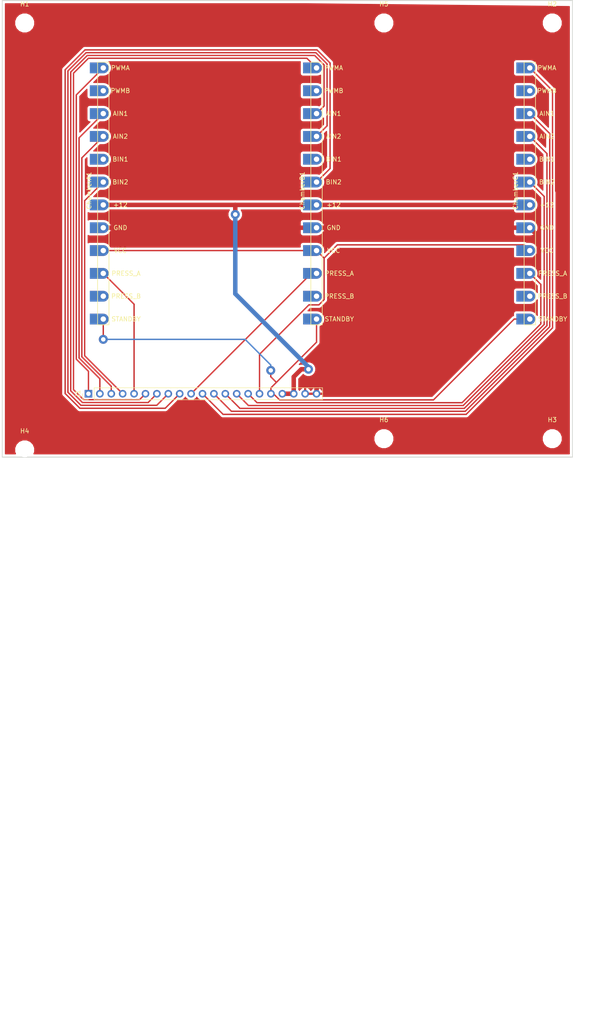
<source format=kicad_pcb>
(kicad_pcb (version 20171130) (host pcbnew "(5.0.1)-4")

  (general
    (thickness 1.6)
    (drawings 19)
    (tracks 142)
    (zones 0)
    (modules 10)
    (nets 29)
  )

  (page A4)
  (layers
    (0 F.Cu signal)
    (31 B.Cu signal)
    (32 B.Adhes user)
    (33 F.Adhes user)
    (34 B.Paste user)
    (35 F.Paste user)
    (36 B.SilkS user)
    (37 F.SilkS user)
    (38 B.Mask user)
    (39 F.Mask user)
    (40 Dwgs.User user)
    (41 Cmts.User user)
    (42 Eco1.User user)
    (43 Eco2.User user)
    (44 Edge.Cuts user)
    (45 Margin user)
    (46 B.CrtYd user)
    (47 F.CrtYd user)
    (48 B.Fab user)
    (49 F.Fab user)
  )

  (setup
    (last_trace_width 0.31)
    (trace_clearance 0.31)
    (zone_clearance 0.508)
    (zone_45_only no)
    (trace_min 0.2)
    (segment_width 0.2)
    (edge_width 0.15)
    (via_size 2)
    (via_drill 1)
    (via_min_size 0.4)
    (via_min_drill 0.3)
    (uvia_size 0.3)
    (uvia_drill 0.1)
    (uvias_allowed no)
    (uvia_min_size 0.2)
    (uvia_min_drill 0.1)
    (pcb_text_width 0.3)
    (pcb_text_size 1.5 1.5)
    (mod_edge_width 0.15)
    (mod_text_size 0.000001 0.000001)
    (mod_text_width 0.15)
    (pad_size 1.4 1.4)
    (pad_drill 0.6)
    (pad_to_mask_clearance 0.051)
    (solder_mask_min_width 0.25)
    (aux_axis_origin 0 0)
    (visible_elements FFFFFF7F)
    (pcbplotparams
      (layerselection 0x010fc_ffffffff)
      (usegerberextensions false)
      (usegerberattributes false)
      (usegerberadvancedattributes false)
      (creategerberjobfile false)
      (excludeedgelayer true)
      (linewidth 0.100000)
      (plotframeref false)
      (viasonmask false)
      (mode 1)
      (useauxorigin false)
      (hpglpennumber 1)
      (hpglpenspeed 20)
      (hpglpendiameter 15.000000)
      (psnegative false)
      (psa4output false)
      (plotreference true)
      (plotvalue true)
      (plotinvisibletext false)
      (padsonsilk false)
      (subtractmaskfromsilk false)
      (outputformat 1)
      (mirror false)
      (drillshape 1)
      (scaleselection 1)
      (outputdirectory ""))
  )

  (net 0 "")
  (net 1 "Net-(ChamberA1-Pad2)")
  (net 2 /All.Stby)
  (net 3 "Net-(ChamberA1-Pad11)")
  (net 4 /ChamberA.ADC)
  (net 5 VCC)
  (net 6 GND)
  (net 7 +12V)
  (net 8 /ChamberA.D3)
  (net 9 "Net-(ChamberA1-Pad5)")
  (net 10 /ChamberA.D2)
  (net 11 /ChamberA.D1)
  (net 12 /ChamberA.PWM)
  (net 13 /ChamberB.PWM)
  (net 14 /ChamberB.D1)
  (net 15 /ChamberB.D2)
  (net 16 "Net-(ChamberB1-Pad5)")
  (net 17 /ChamberB.D3)
  (net 18 /ChamberB.ADC)
  (net 19 "Net-(ChamberB1-Pad11)")
  (net 20 "Net-(ChamberB1-Pad2)")
  (net 21 "Net-(ChamberC1-Pad2)")
  (net 22 "Net-(ChamberC1-Pad11)")
  (net 23 /ChamberC.ADC)
  (net 24 /ChamberC.D3)
  (net 25 "Net-(ChamberC1-Pad5)")
  (net 26 /ChamberC.D2)
  (net 27 /ChamberC.D1)
  (net 28 /ChamberC.PWM)

  (net_class Default "This is the default net class."
    (clearance 0.31)
    (trace_width 0.31)
    (via_dia 2)
    (via_drill 1)
    (uvia_dia 0.3)
    (uvia_drill 0.1)
    (add_net /All.Stby)
    (add_net /ChamberA.ADC)
    (add_net /ChamberA.D1)
    (add_net /ChamberA.D2)
    (add_net /ChamberA.D3)
    (add_net /ChamberA.PWM)
    (add_net /ChamberB.ADC)
    (add_net /ChamberB.D1)
    (add_net /ChamberB.D2)
    (add_net /ChamberB.D3)
    (add_net /ChamberB.PWM)
    (add_net /ChamberC.ADC)
    (add_net /ChamberC.D1)
    (add_net /ChamberC.D2)
    (add_net /ChamberC.D3)
    (add_net /ChamberC.PWM)
    (add_net "Net-(ChamberA1-Pad11)")
    (add_net "Net-(ChamberA1-Pad2)")
    (add_net "Net-(ChamberA1-Pad5)")
    (add_net "Net-(ChamberB1-Pad11)")
    (add_net "Net-(ChamberB1-Pad2)")
    (add_net "Net-(ChamberB1-Pad5)")
    (add_net "Net-(ChamberC1-Pad11)")
    (add_net "Net-(ChamberC1-Pad2)")
    (add_net "Net-(ChamberC1-Pad5)")
    (add_net VCC)
  )

  (net_class Power ""
    (clearance 0.31)
    (trace_width 1)
    (via_dia 2)
    (via_drill 1)
    (uvia_dia 0.3)
    (uvia_drill 0.1)
    (add_net +12V)
    (add_net GND)
  )

  (module chamber_board_holder:chamber_board_holder (layer F.Cu) (tedit 5CBF2B4A) (tstamp 5CC81D0E)
    (at 22.5 15)
    (path /5CBF1B8A)
    (fp_text reference ChamberA1 (at -3.175 27.305 90) (layer F.SilkS)
      (effects (font (size 1 1) (thickness 0.15)))
    )
    (fp_text value ChamberBoard_Holder (at -3.175 6.985 90) (layer F.Fab) hide
      (effects (font (size 1 1) (thickness 0.15)))
    )
    (fp_text user PWMA (at 3.81 0) (layer F.SilkS)
      (effects (font (size 1 1) (thickness 0.15)))
    )
    (fp_text user PWMB (at 3.81 5.08) (layer F.SilkS)
      (effects (font (size 1 1) (thickness 0.15)))
    )
    (fp_text user AIN1 (at 3.81 10.16) (layer F.SilkS)
      (effects (font (size 1 1) (thickness 0.15)))
    )
    (fp_text user AIN2 (at 3.81 15.24) (layer F.SilkS)
      (effects (font (size 1 1) (thickness 0.15)))
    )
    (fp_text user BIN1 (at 3.81 20.32) (layer F.SilkS)
      (effects (font (size 1 1) (thickness 0.15)))
    )
    (fp_text user BIN2 (at 3.81 25.4) (layer F.SilkS)
      (effects (font (size 1 1) (thickness 0.15)))
    )
    (fp_text user +12 (at 3.81 30.48) (layer F.SilkS)
      (effects (font (size 1 1) (thickness 0.15)))
    )
    (fp_text user GND (at 3.81 35.56) (layer F.SilkS)
      (effects (font (size 1 1) (thickness 0.15)))
    )
    (fp_text user VCC (at 3.81 40.64) (layer F.SilkS)
      (effects (font (size 1 1) (thickness 0.15)))
    )
    (fp_text user PRESS_A (at 5.08 45.72) (layer F.SilkS)
      (effects (font (size 1 1) (thickness 0.15)))
    )
    (fp_text user PRESS_B (at 5.08 50.8) (layer F.SilkS)
      (effects (font (size 1 1) (thickness 0.15)))
    )
    (fp_text user STANDBY (at 5.08 55.88) (layer F.SilkS)
      (effects (font (size 1 1) (thickness 0.15)))
    )
    (fp_line (start -1.27 -1.27) (end 1.27 -1.27) (layer F.SilkS) (width 0.15))
    (fp_line (start -1.27 57.15) (end -1.27 -1.27) (layer F.SilkS) (width 0.15))
    (fp_line (start 1.27 57.15) (end -1.27 57.15) (layer F.SilkS) (width 0.15))
    (fp_line (start 1.27 -1.27) (end 1.27 57.15) (layer F.SilkS) (width 0.15))
    (pad 2 thru_hole custom (at 0 5.08) (size 2.4 2.4) (drill 1.2) (layers *.Cu *.Mask Eco2.User)
      (net 1 "Net-(ChamberA1-Pad2)") (zone_connect 0)
      (options (clearance outline) (anchor circle))
      (primitives
        (gr_poly (pts
           (xy -3 -1.2) (xy 0 -1.2) (xy 0 1.2) (xy -3 1.2)) (width 0))
      ))
    (pad 12 thru_hole custom (at 0 55.88) (size 2.4 2.4) (drill 1.2) (layers *.Cu *.Mask)
      (net 2 /All.Stby) (zone_connect 0)
      (options (clearance outline) (anchor circle))
      (primitives
        (gr_poly (pts
           (xy -3 -1.2) (xy 0 -1.2) (xy 0 1.2) (xy -3 1.2)) (width 0))
      ))
    (pad 11 thru_hole custom (at 0 50.8) (size 2.4 2.4) (drill 1.2) (layers *.Cu *.Mask)
      (net 3 "Net-(ChamberA1-Pad11)") (zone_connect 0)
      (options (clearance outline) (anchor circle))
      (primitives
        (gr_poly (pts
           (xy -3 -1.2) (xy 0 -1.2) (xy 0 1.2) (xy -3 1.2)) (width 0))
      ))
    (pad 10 thru_hole custom (at 0 45.72) (size 2.4 2.4) (drill 1.2) (layers *.Cu *.Mask)
      (net 4 /ChamberA.ADC) (zone_connect 0)
      (options (clearance outline) (anchor circle))
      (primitives
        (gr_poly (pts
           (xy -3 -1.2) (xy 0 -1.2) (xy 0 1.2) (xy -3 1.2)) (width 0))
      ))
    (pad 9 thru_hole custom (at 0 40.64) (size 2.4 2.4) (drill 1.2) (layers *.Cu *.Mask)
      (net 5 VCC) (zone_connect 0)
      (options (clearance outline) (anchor circle))
      (primitives
        (gr_poly (pts
           (xy -3 -1.2) (xy 0 -1.2) (xy 0 1.2) (xy -3 1.2)) (width 0))
      ))
    (pad 8 thru_hole custom (at 0 35.56) (size 2.4 2.4) (drill 1.2) (layers *.Cu *.Mask)
      (net 6 GND) (zone_connect 0)
      (options (clearance outline) (anchor circle))
      (primitives
        (gr_poly (pts
           (xy -3 -1.2) (xy 0 -1.2) (xy 0 1.2) (xy -3 1.2)) (width 0))
      ))
    (pad 7 thru_hole custom (at 0 30.48) (size 2.4 2.4) (drill 1.2) (layers *.Cu *.Mask)
      (net 7 +12V) (zone_connect 0)
      (options (clearance outline) (anchor circle))
      (primitives
        (gr_poly (pts
           (xy -3 -1.2) (xy 0 -1.2) (xy 0 1.2) (xy -3 1.2)) (width 0))
      ))
    (pad 6 thru_hole custom (at 0 25.4) (size 2.4 2.4) (drill 1.2) (layers *.Cu *.Mask)
      (net 8 /ChamberA.D3) (zone_connect 0)
      (options (clearance outline) (anchor circle))
      (primitives
        (gr_poly (pts
           (xy -3 -1.2) (xy 0 -1.2) (xy 0 1.2) (xy -3 1.2)) (width 0))
      ))
    (pad 5 thru_hole custom (at 0 20.32) (size 2.4 2.4) (drill 1.2) (layers *.Cu *.Mask)
      (net 9 "Net-(ChamberA1-Pad5)") (zone_connect 0)
      (options (clearance outline) (anchor circle))
      (primitives
        (gr_poly (pts
           (xy -3 -1.2) (xy 0 -1.2) (xy 0 1.2) (xy -3 1.2)) (width 0))
      ))
    (pad 4 thru_hole custom (at 0 15.24) (size 2.4 2.4) (drill 1.2) (layers *.Cu *.Mask)
      (net 10 /ChamberA.D2) (zone_connect 0)
      (options (clearance outline) (anchor circle))
      (primitives
        (gr_poly (pts
           (xy -3 -1.2) (xy 0 -1.2) (xy 0 1.2) (xy -3 1.2)) (width 0))
      ))
    (pad 3 thru_hole custom (at 0 10.16) (size 2.4 2.4) (drill 1.2) (layers *.Cu *.Mask)
      (net 11 /ChamberA.D1) (zone_connect 0)
      (options (clearance outline) (anchor circle))
      (primitives
        (gr_poly (pts
           (xy -3 -1.2) (xy 0 -1.2) (xy 0 1.2) (xy -3 1.2)) (width 0))
      ))
    (pad 1 thru_hole custom (at 0 0) (size 2.4 2.4) (drill 1.2) (layers *.Cu *.Mask)
      (net 12 /ChamberA.PWM) (zone_connect 0)
      (options (clearance outline) (anchor circle))
      (primitives
        (gr_poly (pts
           (xy -3 -1.2) (xy 0 -1.2) (xy 0 1.2) (xy -3 1.2)) (width 0))
      ))
  )

  (module chamber_board_holder:chamber_board_holder (layer F.Cu) (tedit 5CBF2B4A) (tstamp 5CC8153D)
    (at 70 15)
    (path /5CBF1E35)
    (fp_text reference ChamberB1 (at -3.175 27.305 90) (layer F.SilkS)
      (effects (font (size 1 1) (thickness 0.15)))
    )
    (fp_text value ChamberBoard_Holder (at -3.175 6.985 90) (layer F.Fab) hide
      (effects (font (size 1 1) (thickness 0.15)))
    )
    (fp_line (start 1.27 -1.27) (end 1.27 57.15) (layer F.SilkS) (width 0.15))
    (fp_line (start 1.27 57.15) (end -1.27 57.15) (layer F.SilkS) (width 0.15))
    (fp_line (start -1.27 57.15) (end -1.27 -1.27) (layer F.SilkS) (width 0.15))
    (fp_line (start -1.27 -1.27) (end 1.27 -1.27) (layer F.SilkS) (width 0.15))
    (fp_text user STANDBY (at 5.08 55.88) (layer F.SilkS)
      (effects (font (size 1 1) (thickness 0.15)))
    )
    (fp_text user PRESS_B (at 5.08 50.8) (layer F.SilkS)
      (effects (font (size 1 1) (thickness 0.15)))
    )
    (fp_text user PRESS_A (at 5.08 45.72) (layer F.SilkS)
      (effects (font (size 1 1) (thickness 0.15)))
    )
    (fp_text user VCC (at 3.81 40.64) (layer F.SilkS)
      (effects (font (size 1 1) (thickness 0.15)))
    )
    (fp_text user GND (at 3.81 35.56) (layer F.SilkS)
      (effects (font (size 1 1) (thickness 0.15)))
    )
    (fp_text user +12 (at 3.81 30.48) (layer F.SilkS)
      (effects (font (size 1 1) (thickness 0.15)))
    )
    (fp_text user BIN2 (at 3.81 25.4) (layer F.SilkS)
      (effects (font (size 1 1) (thickness 0.15)))
    )
    (fp_text user BIN1 (at 3.81 20.32) (layer F.SilkS)
      (effects (font (size 1 1) (thickness 0.15)))
    )
    (fp_text user AIN2 (at 3.81 15.24) (layer F.SilkS)
      (effects (font (size 1 1) (thickness 0.15)))
    )
    (fp_text user AIN1 (at 3.81 10.16) (layer F.SilkS)
      (effects (font (size 1 1) (thickness 0.15)))
    )
    (fp_text user PWMB (at 3.81 5.08) (layer F.SilkS)
      (effects (font (size 1 1) (thickness 0.15)))
    )
    (fp_text user PWMA (at 3.81 0) (layer F.SilkS)
      (effects (font (size 1 1) (thickness 0.15)))
    )
    (pad 1 thru_hole custom (at 0 0) (size 2.4 2.4) (drill 1.2) (layers *.Cu *.Mask)
      (net 13 /ChamberB.PWM) (zone_connect 0)
      (options (clearance outline) (anchor circle))
      (primitives
        (gr_poly (pts
           (xy -3 -1.2) (xy 0 -1.2) (xy 0 1.2) (xy -3 1.2)) (width 0))
      ))
    (pad 3 thru_hole custom (at 0 10.16) (size 2.4 2.4) (drill 1.2) (layers *.Cu *.Mask)
      (net 14 /ChamberB.D1) (zone_connect 0)
      (options (clearance outline) (anchor circle))
      (primitives
        (gr_poly (pts
           (xy -3 -1.2) (xy 0 -1.2) (xy 0 1.2) (xy -3 1.2)) (width 0))
      ))
    (pad 4 thru_hole custom (at 0 15.24) (size 2.4 2.4) (drill 1.2) (layers *.Cu *.Mask)
      (net 15 /ChamberB.D2) (zone_connect 0)
      (options (clearance outline) (anchor circle))
      (primitives
        (gr_poly (pts
           (xy -3 -1.2) (xy 0 -1.2) (xy 0 1.2) (xy -3 1.2)) (width 0))
      ))
    (pad 5 thru_hole custom (at 0 20.32) (size 2.4 2.4) (drill 1.2) (layers *.Cu *.Mask)
      (net 16 "Net-(ChamberB1-Pad5)") (zone_connect 0)
      (options (clearance outline) (anchor circle))
      (primitives
        (gr_poly (pts
           (xy -3 -1.2) (xy 0 -1.2) (xy 0 1.2) (xy -3 1.2)) (width 0))
      ))
    (pad 6 thru_hole custom (at 0 25.4) (size 2.4 2.4) (drill 1.2) (layers *.Cu *.Mask)
      (net 17 /ChamberB.D3) (zone_connect 0)
      (options (clearance outline) (anchor circle))
      (primitives
        (gr_poly (pts
           (xy -3 -1.2) (xy 0 -1.2) (xy 0 1.2) (xy -3 1.2)) (width 0))
      ))
    (pad 7 thru_hole custom (at 0 30.48) (size 2.4 2.4) (drill 1.2) (layers *.Cu *.Mask)
      (net 7 +12V) (zone_connect 0)
      (options (clearance outline) (anchor circle))
      (primitives
        (gr_poly (pts
           (xy -3 -1.2) (xy 0 -1.2) (xy 0 1.2) (xy -3 1.2)) (width 0))
      ))
    (pad 8 thru_hole custom (at 0 35.56) (size 2.4 2.4) (drill 1.2) (layers *.Cu *.Mask)
      (net 6 GND) (zone_connect 0)
      (options (clearance outline) (anchor circle))
      (primitives
        (gr_poly (pts
           (xy -3 -1.2) (xy 0 -1.2) (xy 0 1.2) (xy -3 1.2)) (width 0))
      ))
    (pad 9 thru_hole custom (at 0 40.64) (size 2.4 2.4) (drill 1.2) (layers *.Cu *.Mask)
      (net 5 VCC) (zone_connect 0)
      (options (clearance outline) (anchor circle))
      (primitives
        (gr_poly (pts
           (xy -3 -1.2) (xy 0 -1.2) (xy 0 1.2) (xy -3 1.2)) (width 0))
      ))
    (pad 10 thru_hole custom (at 0 45.72) (size 2.4 2.4) (drill 1.2) (layers *.Cu *.Mask)
      (net 18 /ChamberB.ADC) (zone_connect 0)
      (options (clearance outline) (anchor circle))
      (primitives
        (gr_poly (pts
           (xy -3 -1.2) (xy 0 -1.2) (xy 0 1.2) (xy -3 1.2)) (width 0))
      ))
    (pad 11 thru_hole custom (at 0 50.8) (size 2.4 2.4) (drill 1.2) (layers *.Cu *.Mask)
      (net 19 "Net-(ChamberB1-Pad11)") (zone_connect 0)
      (options (clearance outline) (anchor circle))
      (primitives
        (gr_poly (pts
           (xy -3 -1.2) (xy 0 -1.2) (xy 0 1.2) (xy -3 1.2)) (width 0))
      ))
    (pad 12 thru_hole custom (at 0 55.88) (size 2.4 2.4) (drill 1.2) (layers *.Cu *.Mask)
      (net 2 /All.Stby) (zone_connect 0)
      (options (clearance outline) (anchor circle))
      (primitives
        (gr_poly (pts
           (xy -3 -1.2) (xy 0 -1.2) (xy 0 1.2) (xy -3 1.2)) (width 0))
      ))
    (pad 2 thru_hole custom (at 0 5.08) (size 2.4 2.4) (drill 1.2) (layers *.Cu *.Mask Eco2.User)
      (net 20 "Net-(ChamberB1-Pad2)") (zone_connect 0)
      (options (clearance outline) (anchor circle))
      (primitives
        (gr_poly (pts
           (xy -3 -1.2) (xy 0 -1.2) (xy 0 1.2) (xy -3 1.2)) (width 0))
      ))
  )

  (module chamber_board_holder:chamber_board_holder (layer F.Cu) (tedit 5CBF2B4A) (tstamp 5CC81C72)
    (at 117.5 15)
    (path /5CBF1F02)
    (fp_text reference ChamberC1 (at -3.175 27.305 90) (layer F.SilkS)
      (effects (font (size 1 1) (thickness 0.15)))
    )
    (fp_text value ChamberBoard_Holder (at -3.175 6.985 90) (layer F.Fab) hide
      (effects (font (size 1 1) (thickness 0.15)))
    )
    (fp_text user PWMA (at 3.81 0) (layer F.SilkS)
      (effects (font (size 1 1) (thickness 0.15)))
    )
    (fp_text user PWMB (at 3.81 5.08) (layer F.SilkS)
      (effects (font (size 1 1) (thickness 0.15)))
    )
    (fp_text user AIN1 (at 3.81 10.16) (layer F.SilkS)
      (effects (font (size 1 1) (thickness 0.15)))
    )
    (fp_text user AIN2 (at 3.81 15.24) (layer F.SilkS)
      (effects (font (size 1 1) (thickness 0.15)))
    )
    (fp_text user BIN1 (at 3.81 20.32) (layer F.SilkS)
      (effects (font (size 1 1) (thickness 0.15)))
    )
    (fp_text user BIN2 (at 3.81 25.4) (layer F.SilkS)
      (effects (font (size 1 1) (thickness 0.15)))
    )
    (fp_text user +12 (at 3.81 30.48) (layer F.SilkS)
      (effects (font (size 1 1) (thickness 0.15)))
    )
    (fp_text user GND (at 3.81 35.56) (layer F.SilkS)
      (effects (font (size 1 1) (thickness 0.15)))
    )
    (fp_text user VCC (at 3.81 40.64) (layer F.SilkS)
      (effects (font (size 1 1) (thickness 0.15)))
    )
    (fp_text user PRESS_A (at 5.08 45.72) (layer F.SilkS)
      (effects (font (size 1 1) (thickness 0.15)))
    )
    (fp_text user PRESS_B (at 5.08 50.8) (layer F.SilkS)
      (effects (font (size 1 1) (thickness 0.15)))
    )
    (fp_text user STANDBY (at 5.08 55.88) (layer F.SilkS)
      (effects (font (size 1 1) (thickness 0.15)))
    )
    (fp_line (start -1.27 -1.27) (end 1.27 -1.27) (layer F.SilkS) (width 0.15))
    (fp_line (start -1.27 57.15) (end -1.27 -1.27) (layer F.SilkS) (width 0.15))
    (fp_line (start 1.27 57.15) (end -1.27 57.15) (layer F.SilkS) (width 0.15))
    (fp_line (start 1.27 -1.27) (end 1.27 57.15) (layer F.SilkS) (width 0.15))
    (pad 2 thru_hole custom (at 0 5.08) (size 2.4 2.4) (drill 1.2) (layers *.Cu *.Mask Eco2.User)
      (net 21 "Net-(ChamberC1-Pad2)") (zone_connect 0)
      (options (clearance outline) (anchor circle))
      (primitives
        (gr_poly (pts
           (xy -3 -1.2) (xy 0 -1.2) (xy 0 1.2) (xy -3 1.2)) (width 0))
      ))
    (pad 12 thru_hole custom (at 0 55.88) (size 2.4 2.4) (drill 1.2) (layers *.Cu *.Mask)
      (net 2 /All.Stby) (zone_connect 0)
      (options (clearance outline) (anchor circle))
      (primitives
        (gr_poly (pts
           (xy -3 -1.2) (xy 0 -1.2) (xy 0 1.2) (xy -3 1.2)) (width 0))
      ))
    (pad 11 thru_hole custom (at 0 50.8) (size 2.4 2.4) (drill 1.2) (layers *.Cu *.Mask)
      (net 22 "Net-(ChamberC1-Pad11)") (zone_connect 0)
      (options (clearance outline) (anchor circle))
      (primitives
        (gr_poly (pts
           (xy -3 -1.2) (xy 0 -1.2) (xy 0 1.2) (xy -3 1.2)) (width 0))
      ))
    (pad 10 thru_hole custom (at 0 45.72) (size 2.4 2.4) (drill 1.2) (layers *.Cu *.Mask)
      (net 23 /ChamberC.ADC) (zone_connect 0)
      (options (clearance outline) (anchor circle))
      (primitives
        (gr_poly (pts
           (xy -3 -1.2) (xy 0 -1.2) (xy 0 1.2) (xy -3 1.2)) (width 0))
      ))
    (pad 9 thru_hole custom (at 0 40.64) (size 2.4 2.4) (drill 1.2) (layers *.Cu *.Mask)
      (net 5 VCC) (zone_connect 0)
      (options (clearance outline) (anchor circle))
      (primitives
        (gr_poly (pts
           (xy -3 -1.2) (xy 0 -1.2) (xy 0 1.2) (xy -3 1.2)) (width 0))
      ))
    (pad 8 thru_hole custom (at 0 35.56) (size 2.4 2.4) (drill 1.2) (layers *.Cu *.Mask)
      (net 6 GND) (zone_connect 0)
      (options (clearance outline) (anchor circle))
      (primitives
        (gr_poly (pts
           (xy -3 -1.2) (xy 0 -1.2) (xy 0 1.2) (xy -3 1.2)) (width 0))
      ))
    (pad 7 thru_hole custom (at 0 30.48) (size 2.4 2.4) (drill 1.2) (layers *.Cu *.Mask)
      (net 7 +12V) (zone_connect 0)
      (options (clearance outline) (anchor circle))
      (primitives
        (gr_poly (pts
           (xy -3 -1.2) (xy 0 -1.2) (xy 0 1.2) (xy -3 1.2)) (width 0))
      ))
    (pad 6 thru_hole custom (at 0 25.4) (size 2.4 2.4) (drill 1.2) (layers *.Cu *.Mask)
      (net 24 /ChamberC.D3) (zone_connect 0)
      (options (clearance outline) (anchor circle))
      (primitives
        (gr_poly (pts
           (xy -3 -1.2) (xy 0 -1.2) (xy 0 1.2) (xy -3 1.2)) (width 0))
      ))
    (pad 5 thru_hole custom (at 0 20.32) (size 2.4 2.4) (drill 1.2) (layers *.Cu *.Mask)
      (net 25 "Net-(ChamberC1-Pad5)") (zone_connect 0)
      (options (clearance outline) (anchor circle))
      (primitives
        (gr_poly (pts
           (xy -3 -1.2) (xy 0 -1.2) (xy 0 1.2) (xy -3 1.2)) (width 0))
      ))
    (pad 4 thru_hole custom (at 0 15.24) (size 2.4 2.4) (drill 1.2) (layers *.Cu *.Mask)
      (net 26 /ChamberC.D2) (zone_connect 0)
      (options (clearance outline) (anchor circle))
      (primitives
        (gr_poly (pts
           (xy -3 -1.2) (xy 0 -1.2) (xy 0 1.2) (xy -3 1.2)) (width 0))
      ))
    (pad 3 thru_hole custom (at 0 10.16) (size 2.4 2.4) (drill 1.2) (layers *.Cu *.Mask)
      (net 27 /ChamberC.D1) (zone_connect 0)
      (options (clearance outline) (anchor circle))
      (primitives
        (gr_poly (pts
           (xy -3 -1.2) (xy 0 -1.2) (xy 0 1.2) (xy -3 1.2)) (width 0))
      ))
    (pad 1 thru_hole custom (at 0 0) (size 2.4 2.4) (drill 1.2) (layers *.Cu *.Mask)
      (net 28 /ChamberC.PWM) (zone_connect 0)
      (options (clearance outline) (anchor circle))
      (primitives
        (gr_poly (pts
           (xy -3 -1.2) (xy 0 -1.2) (xy 0 1.2) (xy -3 1.2)) (width 0))
      ))
  )

  (module MountingHole:MountingHole_3.2mm_M3 (layer F.Cu) (tedit 56D1B4CB) (tstamp 5CC81565)
    (at 5 5)
    (descr "Mounting Hole 3.2mm, no annular, M3")
    (tags "mounting hole 3.2mm no annular m3")
    (path /5CB701BB)
    (attr virtual)
    (fp_text reference H1 (at 0 -4.2) (layer F.SilkS)
      (effects (font (size 1 1) (thickness 0.15)))
    )
    (fp_text value MountingHole (at 0 4.2) (layer F.Fab)
      (effects (font (size 1 1) (thickness 0.15)))
    )
    (fp_text user %R (at 0.3 0) (layer F.Fab)
      (effects (font (size 1 1) (thickness 0.15)))
    )
    (fp_circle (center 0 0) (end 3.2 0) (layer Cmts.User) (width 0.15))
    (fp_circle (center 0 0) (end 3.45 0) (layer F.CrtYd) (width 0.05))
    (pad 1 np_thru_hole circle (at 0 0) (size 3.2 3.2) (drill 3.2) (layers *.Cu *.Mask))
  )

  (module MountingHole:MountingHole_3.2mm_M3 (layer F.Cu) (tedit 56D1B4CB) (tstamp 5CC8156D)
    (at 122.5 5)
    (descr "Mounting Hole 3.2mm, no annular, M3")
    (tags "mounting hole 3.2mm no annular m3")
    (path /5CB704E4)
    (attr virtual)
    (fp_text reference H2 (at 0 -4.2) (layer F.SilkS)
      (effects (font (size 1 1) (thickness 0.15)))
    )
    (fp_text value MountingHole (at 0 4.2) (layer F.Fab)
      (effects (font (size 1 1) (thickness 0.15)))
    )
    (fp_circle (center 0 0) (end 3.45 0) (layer F.CrtYd) (width 0.05))
    (fp_circle (center 0 0) (end 3.2 0) (layer Cmts.User) (width 0.15))
    (fp_text user %R (at 0.3 0) (layer F.Fab)
      (effects (font (size 1 1) (thickness 0.15)))
    )
    (pad 1 np_thru_hole circle (at 0 0) (size 3.2 3.2) (drill 3.2) (layers *.Cu *.Mask))
  )

  (module MountingHole:MountingHole_3.2mm_M3 (layer F.Cu) (tedit 56D1B4CB) (tstamp 5CC81575)
    (at 122.5 97.5)
    (descr "Mounting Hole 3.2mm, no annular, M3")
    (tags "mounting hole 3.2mm no annular m3")
    (path /5CB70540)
    (attr virtual)
    (fp_text reference H3 (at 0 -4.2) (layer F.SilkS)
      (effects (font (size 1 1) (thickness 0.15)))
    )
    (fp_text value MountingHole (at 0 4.2) (layer F.Fab)
      (effects (font (size 1 1) (thickness 0.15)))
    )
    (fp_text user %R (at 0.3 0) (layer F.Fab)
      (effects (font (size 1 1) (thickness 0.15)))
    )
    (fp_circle (center 0 0) (end 3.2 0) (layer Cmts.User) (width 0.15))
    (fp_circle (center 0 0) (end 3.45 0) (layer F.CrtYd) (width 0.05))
    (pad 1 np_thru_hole circle (at 0 0) (size 3.2 3.2) (drill 3.2) (layers *.Cu *.Mask))
  )

  (module MountingHole:MountingHole_3.2mm_M3 (layer F.Cu) (tedit 56D1B4CB) (tstamp 5CC8157D)
    (at 5 100)
    (descr "Mounting Hole 3.2mm, no annular, M3")
    (tags "mounting hole 3.2mm no annular m3")
    (path /5CB70598)
    (attr virtual)
    (fp_text reference H4 (at 0 -4.2) (layer F.SilkS)
      (effects (font (size 1 1) (thickness 0.15)))
    )
    (fp_text value MountingHole (at 0 4.2) (layer F.Fab)
      (effects (font (size 1 1) (thickness 0.15)))
    )
    (fp_circle (center 0 0) (end 3.45 0) (layer F.CrtYd) (width 0.05))
    (fp_circle (center 0 0) (end 3.2 0) (layer Cmts.User) (width 0.15))
    (fp_text user %R (at 0.3 0) (layer F.Fab)
      (effects (font (size 1 1) (thickness 0.15)))
    )
    (pad 1 np_thru_hole circle (at 0 0) (size 3.2 3.2) (drill 3.2) (layers *.Cu *.Mask))
  )

  (module MountingHole:MountingHole_3.2mm_M3 (layer F.Cu) (tedit 56D1B4CB) (tstamp 5CC81585)
    (at 85 5)
    (descr "Mounting Hole 3.2mm, no annular, M3")
    (tags "mounting hole 3.2mm no annular m3")
    (path /5CBF1181)
    (attr virtual)
    (fp_text reference H5 (at 0 -4.2) (layer F.SilkS)
      (effects (font (size 1 1) (thickness 0.15)))
    )
    (fp_text value MountingHole (at 0 4.2) (layer F.Fab)
      (effects (font (size 1 1) (thickness 0.15)))
    )
    (fp_text user %R (at 0.3 0) (layer F.Fab)
      (effects (font (size 1 1) (thickness 0.15)))
    )
    (fp_circle (center 0 0) (end 3.2 0) (layer Cmts.User) (width 0.15))
    (fp_circle (center 0 0) (end 3.45 0) (layer F.CrtYd) (width 0.05))
    (pad 1 np_thru_hole circle (at 0 0) (size 3.2 3.2) (drill 3.2) (layers *.Cu *.Mask))
  )

  (module MountingHole:MountingHole_3.2mm_M3 (layer F.Cu) (tedit 56D1B4CB) (tstamp 5CC8158D)
    (at 85 97.5)
    (descr "Mounting Hole 3.2mm, no annular, M3")
    (tags "mounting hole 3.2mm no annular m3")
    (path /5CBF1188)
    (attr virtual)
    (fp_text reference H6 (at 0 -4.2) (layer F.SilkS)
      (effects (font (size 1 1) (thickness 0.15)))
    )
    (fp_text value MountingHole (at 0 4.2) (layer F.Fab)
      (effects (font (size 1 1) (thickness 0.15)))
    )
    (fp_circle (center 0 0) (end 3.45 0) (layer F.CrtYd) (width 0.05))
    (fp_circle (center 0 0) (end 3.2 0) (layer Cmts.User) (width 0.15))
    (fp_text user %R (at 0.3 0) (layer F.Fab)
      (effects (font (size 1 1) (thickness 0.15)))
    )
    (pad 1 np_thru_hole circle (at 0 0) (size 3.2 3.2) (drill 3.2) (layers *.Cu *.Mask))
  )

  (module Connector_PinHeader_2.54mm:PinHeader_1x21_P2.54mm_Vertical (layer F.Cu) (tedit 59FED5CC) (tstamp 5CC815B6)
    (at 19.2 87.5 90)
    (descr "Through hole straight pin header, 1x21, 2.54mm pitch, single row")
    (tags "Through hole pin header THT 1x21 2.54mm single row")
    (path /5CC810CC)
    (fp_text reference J1 (at 0 -2.33 90) (layer F.SilkS)
      (effects (font (size 1 1) (thickness 0.15)))
    )
    (fp_text value Conn_01x21_Female (at 0 53.13 90) (layer F.Fab)
      (effects (font (size 1 1) (thickness 0.15)))
    )
    (fp_line (start -0.635 -1.27) (end 1.27 -1.27) (layer F.Fab) (width 0.1))
    (fp_line (start 1.27 -1.27) (end 1.27 52.07) (layer F.Fab) (width 0.1))
    (fp_line (start 1.27 52.07) (end -1.27 52.07) (layer F.Fab) (width 0.1))
    (fp_line (start -1.27 52.07) (end -1.27 -0.635) (layer F.Fab) (width 0.1))
    (fp_line (start -1.27 -0.635) (end -0.635 -1.27) (layer F.Fab) (width 0.1))
    (fp_line (start -1.33 52.13) (end 1.33 52.13) (layer F.SilkS) (width 0.12))
    (fp_line (start -1.33 1.27) (end -1.33 52.13) (layer F.SilkS) (width 0.12))
    (fp_line (start 1.33 1.27) (end 1.33 52.13) (layer F.SilkS) (width 0.12))
    (fp_line (start -1.33 1.27) (end 1.33 1.27) (layer F.SilkS) (width 0.12))
    (fp_line (start -1.33 0) (end -1.33 -1.33) (layer F.SilkS) (width 0.12))
    (fp_line (start -1.33 -1.33) (end 0 -1.33) (layer F.SilkS) (width 0.12))
    (fp_line (start -1.8 -1.8) (end -1.8 52.6) (layer F.CrtYd) (width 0.05))
    (fp_line (start -1.8 52.6) (end 1.8 52.6) (layer F.CrtYd) (width 0.05))
    (fp_line (start 1.8 52.6) (end 1.8 -1.8) (layer F.CrtYd) (width 0.05))
    (fp_line (start 1.8 -1.8) (end -1.8 -1.8) (layer F.CrtYd) (width 0.05))
    (fp_text user %R (at 0 25.4 180) (layer F.Fab)
      (effects (font (size 1 1) (thickness 0.15)))
    )
    (pad 1 thru_hole rect (at 0 0 90) (size 1.7 1.7) (drill 1) (layers *.Cu *.Mask)
      (net 12 /ChamberA.PWM))
    (pad 2 thru_hole oval (at 0 2.54 90) (size 1.7 1.7) (drill 1) (layers *.Cu *.Mask)
      (net 11 /ChamberA.D1))
    (pad 3 thru_hole oval (at 0 5.08 90) (size 1.7 1.7) (drill 1) (layers *.Cu *.Mask)
      (net 10 /ChamberA.D2))
    (pad 4 thru_hole oval (at 0 7.62 90) (size 1.7 1.7) (drill 1) (layers *.Cu *.Mask)
      (net 8 /ChamberA.D3))
    (pad 5 thru_hole oval (at 0 10.16 90) (size 1.7 1.7) (drill 1) (layers *.Cu *.Mask)
      (net 4 /ChamberA.ADC))
    (pad 6 thru_hole oval (at 0 12.7 90) (size 1.7 1.7) (drill 1) (layers *.Cu *.Mask)
      (net 13 /ChamberB.PWM))
    (pad 7 thru_hole oval (at 0 15.24 90) (size 1.7 1.7) (drill 1) (layers *.Cu *.Mask)
      (net 14 /ChamberB.D1))
    (pad 8 thru_hole oval (at 0 17.78 90) (size 1.7 1.7) (drill 1) (layers *.Cu *.Mask)
      (net 15 /ChamberB.D2))
    (pad 9 thru_hole oval (at 0 20.32 90) (size 1.7 1.7) (drill 1) (layers *.Cu *.Mask)
      (net 17 /ChamberB.D3))
    (pad 10 thru_hole oval (at 0 22.86 90) (size 1.7 1.7) (drill 1) (layers *.Cu *.Mask)
      (net 18 /ChamberB.ADC))
    (pad 11 thru_hole oval (at 0 25.4 90) (size 1.7 1.7) (drill 1) (layers *.Cu *.Mask)
      (net 28 /ChamberC.PWM))
    (pad 12 thru_hole oval (at 0 27.94 90) (size 1.7 1.7) (drill 1) (layers *.Cu *.Mask)
      (net 27 /ChamberC.D1))
    (pad 13 thru_hole oval (at 0 30.48 90) (size 1.7 1.7) (drill 1) (layers *.Cu *.Mask)
      (net 26 /ChamberC.D2))
    (pad 14 thru_hole oval (at 0 33.02 90) (size 1.7 1.7) (drill 1) (layers *.Cu *.Mask)
      (net 24 /ChamberC.D3))
    (pad 15 thru_hole oval (at 0 35.56 90) (size 1.7 1.7) (drill 1) (layers *.Cu *.Mask)
      (net 23 /ChamberC.ADC))
    (pad 16 thru_hole oval (at 0 38.1 90) (size 1.7 1.7) (drill 1) (layers *.Cu *.Mask)
      (net 5 VCC))
    (pad 17 thru_hole oval (at 0 40.64 90) (size 1.7 1.7) (drill 1) (layers *.Cu *.Mask)
      (net 2 /All.Stby))
    (pad 18 thru_hole oval (at 0 43.18 90) (size 1.7 1.7) (drill 1) (layers *.Cu *.Mask)
      (net 7 +12V))
    (pad 19 thru_hole oval (at 0 45.72 90) (size 1.7 1.7) (drill 1) (layers *.Cu *.Mask)
      (net 7 +12V))
    (pad 20 thru_hole oval (at 0 48.26 90) (size 1.7 1.7) (drill 1) (layers *.Cu *.Mask)
      (net 6 GND))
    (pad 21 thru_hole oval (at 0 50.8 90) (size 1.7 1.7) (drill 1) (layers *.Cu *.Mask)
      (net 6 GND))
    (model ${KISYS3DMOD}/Connector_PinHeader_2.54mm.3dshapes/PinHeader_1x21_P2.54mm_Vertical.wrl
      (at (xyz 0 0 0))
      (scale (xyz 1 1 1))
      (rotate (xyz 0 0 0))
    )
  )

  (gr_arc (start 15 25) (end 10 25) (angle -90) (layer Dwgs.User) (width 0.2))
  (gr_arc (start 15 25) (end 7.5 25) (angle -90) (layer Dwgs.User) (width 0.2))
  (gr_line (start 17.5 35) (end 22.5 35) (layer Dwgs.User) (width 0.2))
  (gr_line (start 17.5 32.5) (end 17.5 35) (layer Dwgs.User) (width 0.2))
  (gr_line (start 15 32.5) (end 17.5 32.5) (layer Dwgs.User) (width 0.2))
  (gr_line (start 15 30) (end 15 32.5) (layer Dwgs.User) (width 0.2))
  (gr_line (start 17.5 30) (end 15 30) (layer Dwgs.User) (width 0.2))
  (gr_line (start 17.5 27.5) (end 17.5 30) (layer Dwgs.User) (width 0.2))
  (gr_line (start 22.5 27.5) (end 17.5 27.5) (layer Dwgs.User) (width 0.2))
  (gr_line (start 22.5 37.5) (end 22.5 30) (layer Dwgs.User) (width 0.2))
  (gr_line (start 10 37.5) (end 22.5 37.5) (layer Dwgs.User) (width 0.2))
  (gr_line (start 10 30) (end 10 37.5) (layer Dwgs.User) (width 0.2))
  (gr_line (start 22.5 30) (end 10 30) (layer Dwgs.User) (width 0.2))
  (gr_line (start 117.5 15) (end 22.5 70) (layer Cmts.User) (width 0.2))
  (gr_line (start 22.5 15) (end 117.5 70) (layer Cmts.User) (width 0.2))
  (gr_line (start 127 0) (end 127 101.6) (layer Edge.Cuts) (width 0.15) (tstamp 5CC81D6A))
  (gr_line (start 0 101.6) (end 127 101.6) (layer Edge.Cuts) (width 0.2) (tstamp 5CC81D64))
  (gr_line (start 0 0) (end 0 101.6) (layer Edge.Cuts) (width 0.15))
  (gr_line (start 0 0) (end 127 0) (layer Edge.Cuts) (width 0.2))

  (segment (start 117.5 70.88) (end 114.0348 70.88) (width 0.31) (layer F.Cu) (net 2))
  (segment (start 114.0348 70.88) (end 114.0346 70.8798) (width 0.31) (layer F.Cu) (net 2))
  (segment (start 114.0346 70.8798) (end 96.0472 88.8672) (width 0.31) (layer F.Cu) (net 2))
  (segment (start 96.0472 88.8672) (end 61.7665 88.8672) (width 0.31) (layer F.Cu) (net 2))
  (segment (start 61.7665 88.8672) (end 59.84 86.9407) (width 0.31) (layer F.Cu) (net 2))
  (segment (start 70 76.0247) (end 70 70.88) (width 0.31) (layer F.Cu) (net 2))
  (segment (start 59.84 86.9407) (end 59.84 86.1847) (width 0.31) (layer F.Cu) (net 2))
  (segment (start 59.84 87.5) (end 59.84 86.9407) (width 0.31) (layer F.Cu) (net 2))
  (segment (start 22.5 70.88) (end 22.5 72.174222) (width 0.31) (layer F.Cu) (net 2))
  (via (at 22.5 75.4) (size 2) (drill 1) (layers F.Cu B.Cu) (net 2))
  (segment (start 22.5 72.174222) (end 22.5 75.4) (width 0.31) (layer F.Cu) (net 2))
  (segment (start 22.5 75.4) (end 54.1 75.4) (width 0.31) (layer B.Cu) (net 2))
  (via (at 59.8 82.3) (size 2) (drill 1) (layers F.Cu B.Cu) (net 2))
  (segment (start 54.1 75.4) (end 59.8 81.1) (width 0.31) (layer B.Cu) (net 2))
  (segment (start 59.8 81.1) (end 59.8 82.3) (width 0.31) (layer B.Cu) (net 2))
  (segment (start 61.035787 84.95) (end 61.0747 84.95) (width 0.31) (layer F.Cu) (net 2))
  (segment (start 59.8 83.714213) (end 61.035787 84.95) (width 0.31) (layer F.Cu) (net 2))
  (segment (start 59.8 82.3) (end 59.8 83.714213) (width 0.31) (layer F.Cu) (net 2))
  (segment (start 59.84 86.1847) (end 61.0747 84.95) (width 0.31) (layer F.Cu) (net 2))
  (segment (start 61.0747 84.95) (end 70 76.0247) (width 0.31) (layer F.Cu) (net 2))
  (segment (start 29.36 87.5) (end 29.36 67.58) (width 0.31) (layer F.Cu) (net 4))
  (segment (start 29.36 67.58) (end 22.5 60.72) (width 0.31) (layer F.Cu) (net 4))
  (segment (start 71.6815 57.3215) (end 70 55.64) (width 0.31) (layer F.Cu) (net 5))
  (segment (start 57.3 87.5) (end 57.3 78.7204) (width 0.31) (layer F.Cu) (net 5))
  (segment (start 57.3 78.7204) (end 68.2949 67.7255) (width 0.31) (layer F.Cu) (net 5))
  (segment (start 68.2949 67.7255) (end 70.5174 67.7255) (width 0.31) (layer F.Cu) (net 5))
  (segment (start 70.5174 67.7255) (end 71.6815 66.5614) (width 0.31) (layer F.Cu) (net 5))
  (segment (start 71.6815 66.5614) (end 71.6815 57.3215) (width 0.31) (layer F.Cu) (net 5))
  (segment (start 70 55.64) (end 22.5 55.64) (width 0.31) (layer F.Cu) (net 5))
  (segment (start 74.63371 54.36929) (end 116.22929 54.36929) (width 0.31) (layer F.Cu) (net 5))
  (segment (start 116.22929 54.36929) (end 117.5 55.64) (width 0.31) (layer F.Cu) (net 5))
  (segment (start 71.6815 57.3215) (end 74.63371 54.36929) (width 0.31) (layer F.Cu) (net 5))
  (segment (start 23.794222 50.56) (end 70 50.56) (width 1) (layer F.Cu) (net 6))
  (segment (start 22.5 50.56) (end 23.794222 50.56) (width 1) (layer F.Cu) (net 6))
  (segment (start 70 50.56) (end 117.5 50.56) (width 1) (layer F.Cu) (net 6))
  (segment (start 118.415152 51.475152) (end 117.5 50.56) (width 1) (layer F.Cu) (net 6))
  (segment (start 119.504232 52.564232) (end 118.415152 51.475152) (width 1) (layer F.Cu) (net 6))
  (segment (start 118.34999 57.65001) (end 119.504232 56.495768) (width 1) (layer F.Cu) (net 6))
  (segment (start 98.647909 57.65001) (end 118.34999 57.65001) (width 1) (layer F.Cu) (net 6))
  (segment (start 70 86.297919) (end 98.647909 57.65001) (width 1) (layer F.Cu) (net 6))
  (segment (start 119.504232 56.495768) (end 119.504232 52.564232) (width 1) (layer F.Cu) (net 6))
  (segment (start 70 87.5) (end 70 86.297919) (width 1) (layer F.Cu) (net 6))
  (segment (start 64.92 87.5) (end 62.38 87.5) (width 1) (layer F.Cu) (net 7))
  (segment (start 117.5 45.48) (end 70 45.48) (width 1) (layer F.Cu) (net 7))
  (segment (start 51.9 45.48) (end 51.9 47.6) (width 1) (layer F.Cu) (net 7))
  (segment (start 70 45.48) (end 51.9 45.48) (width 1) (layer F.Cu) (net 7))
  (segment (start 51.9 45.48) (end 22.5 45.48) (width 1) (layer F.Cu) (net 7))
  (via (at 51.9 47.6) (size 2) (drill 1) (layers F.Cu B.Cu) (net 7))
  (segment (start 51.9 47.6) (end 51.9 65.25) (width 1) (layer B.Cu) (net 7))
  (via (at 68.2 82.05) (size 2) (drill 1) (layers F.Cu B.Cu) (net 7))
  (segment (start 51.9 65.25) (end 68.2 81.55) (width 1) (layer B.Cu) (net 7))
  (segment (start 68.2 81.55) (end 68.2 82.05) (width 1) (layer B.Cu) (net 7))
  (segment (start 68.2 82.05) (end 66.6 82.05) (width 1) (layer F.Cu) (net 7))
  (segment (start 64.92 83.73) (end 64.92 87.5) (width 1) (layer F.Cu) (net 7))
  (segment (start 66.6 82.05) (end 64.92 83.73) (width 1) (layer F.Cu) (net 7))
  (segment (start 18.35 79.03) (end 18.35 44.55) (width 0.31) (layer F.Cu) (net 8))
  (segment (start 26.82 87.5) (end 18.35 79.03) (width 0.31) (layer F.Cu) (net 8))
  (segment (start 18.35 44.55) (end 22.5 40.4) (width 0.31) (layer F.Cu) (net 8))
  (segment (start 21.22929 31.51071) (end 22.5 30.24) (width 0.31) (layer F.Cu) (net 10))
  (segment (start 17.729989 35.010011) (end 21.22929 31.51071) (width 0.31) (layer F.Cu) (net 10))
  (segment (start 24.28 85.836827) (end 17.729989 79.286816) (width 0.31) (layer F.Cu) (net 10))
  (segment (start 24.28 87.5) (end 24.28 85.836827) (width 0.31) (layer F.Cu) (net 10))
  (segment (start 17.729989 79.286816) (end 17.729989 35.010011) (width 0.31) (layer F.Cu) (net 10))
  (segment (start 21.22929 26.43071) (end 22.5 25.16) (width 0.31) (layer F.Cu) (net 11))
  (segment (start 17.109978 30.550022) (end 21.22929 26.43071) (width 0.31) (layer F.Cu) (net 11))
  (segment (start 21.74 87.5) (end 21.74 84.173654) (width 0.31) (layer F.Cu) (net 11))
  (segment (start 17.109978 79.543632) (end 17.109978 30.550022) (width 0.31) (layer F.Cu) (net 11))
  (segment (start 21.74 84.173654) (end 17.109978 79.543632) (width 0.31) (layer F.Cu) (net 11))
  (segment (start 16.489967 21.010033) (end 21.22929 16.27071) (width 0.31) (layer F.Cu) (net 12))
  (segment (start 19.2 82.510481) (end 16.489967 79.800448) (width 0.31) (layer F.Cu) (net 12))
  (segment (start 19.2 87.5) (end 19.2 82.510481) (width 0.31) (layer F.Cu) (net 12))
  (segment (start 21.22929 16.27071) (end 22.5 15) (width 0.31) (layer F.Cu) (net 12))
  (segment (start 16.489967 79.800448) (end 16.489967 21.010033) (width 0.31) (layer F.Cu) (net 12))
  (segment (start 68.72929 13.72929) (end 70 15) (width 0.31) (layer F.Cu) (net 13))
  (segment (start 67.85 12.85) (end 68.72929 13.72929) (width 0.31) (layer F.Cu) (net 13))
  (segment (start 15.869956 86.583256) (end 15.869956 16.180044) (width 0.31) (layer F.Cu) (net 13))
  (segment (start 31.9 87.5) (end 30.577 88.823) (width 0.31) (layer F.Cu) (net 13))
  (segment (start 19.2 12.85) (end 67.85 12.85) (width 0.31) (layer F.Cu) (net 13))
  (segment (start 30.577 88.823) (end 18.1097 88.823) (width 0.31) (layer F.Cu) (net 13))
  (segment (start 18.1097 88.823) (end 15.869956 86.583256) (width 0.31) (layer F.Cu) (net 13))
  (segment (start 15.869956 16.180044) (end 19.2 12.85) (width 0.31) (layer F.Cu) (net 13))
  (segment (start 71.6728 23.4872) (end 70.915152 24.244848) (width 0.31) (layer F.Cu) (net 14))
  (segment (start 18.943184 12.229989) (end 69.579889 12.229989) (width 0.31) (layer F.Cu) (net 14))
  (segment (start 70.915152 24.244848) (end 70 25.16) (width 0.31) (layer F.Cu) (net 14))
  (segment (start 71.6728 14.3229) (end 71.6728 23.4872) (width 0.31) (layer F.Cu) (net 14))
  (segment (start 69.579889 12.229989) (end 71.6728 14.3229) (width 0.31) (layer F.Cu) (net 14))
  (segment (start 15.249945 15.923228) (end 18.943184 12.229989) (width 0.31) (layer F.Cu) (net 14))
  (segment (start 15.249945 86.840072) (end 15.249945 15.923228) (width 0.31) (layer F.Cu) (net 14))
  (segment (start 17.861373 89.4515) (end 15.249945 86.840072) (width 0.31) (layer F.Cu) (net 14))
  (segment (start 32.4885 89.4515) (end 17.861373 89.4515) (width 0.31) (layer F.Cu) (net 14))
  (segment (start 34.44 87.5) (end 32.4885 89.4515) (width 0.31) (layer F.Cu) (net 14))
  (segment (start 69.837478 11.609978) (end 72.3435 14.116) (width 0.31) (layer F.Cu) (net 15))
  (segment (start 14.629934 87.180334) (end 14.629934 15.666412) (width 0.31) (layer F.Cu) (net 15))
  (segment (start 72.3435 14.116) (end 72.3435 27.8965) (width 0.31) (layer F.Cu) (net 15))
  (segment (start 70.915152 29.324848) (end 70 30.24) (width 0.31) (layer F.Cu) (net 15))
  (segment (start 14.629934 15.666412) (end 18.686368 11.609978) (width 0.31) (layer F.Cu) (net 15))
  (segment (start 34.4075 90.0725) (end 17.5221 90.0725) (width 0.31) (layer F.Cu) (net 15))
  (segment (start 17.5221 90.0725) (end 14.629934 87.180334) (width 0.31) (layer F.Cu) (net 15))
  (segment (start 36.98 87.5) (end 34.4075 90.0725) (width 0.31) (layer F.Cu) (net 15))
  (segment (start 72.3435 27.8965) (end 70.915152 29.324848) (width 0.31) (layer F.Cu) (net 15))
  (segment (start 18.686368 11.609978) (end 69.837478 11.609978) (width 0.31) (layer F.Cu) (net 15))
  (segment (start 70 40.4) (end 73.0132 37.3868) (width 0.31) (layer F.Cu) (net 17))
  (segment (start 73.0132 13.9047) (end 70.098467 10.989967) (width 0.31) (layer F.Cu) (net 17))
  (segment (start 70.098467 10.989967) (end 18.429552 10.989967) (width 0.31) (layer F.Cu) (net 17))
  (segment (start 36.2903 90.7297) (end 38.670001 88.349999) (width 0.31) (layer F.Cu) (net 17))
  (segment (start 38.670001 88.349999) (end 39.52 87.5) (width 0.31) (layer F.Cu) (net 17))
  (segment (start 17.2884 90.7297) (end 36.2903 90.7297) (width 0.31) (layer F.Cu) (net 17))
  (segment (start 14.009923 87.451223) (end 17.2884 90.7297) (width 0.31) (layer F.Cu) (net 17))
  (segment (start 14.009923 15.409596) (end 14.009923 87.451223) (width 0.31) (layer F.Cu) (net 17))
  (segment (start 18.429552 10.989967) (end 14.009923 15.409596) (width 0.31) (layer F.Cu) (net 17))
  (segment (start 73.0132 37.3868) (end 73.0132 13.9047) (width 0.31) (layer F.Cu) (net 17))
  (segment (start 42.06 87.5) (end 68.84 60.72) (width 0.31) (layer F.Cu) (net 18))
  (segment (start 68.84 60.72) (end 70 60.72) (width 0.31) (layer F.Cu) (net 18))
  (segment (start 119.95 63.17) (end 117.5 60.72) (width 0.31) (layer F.Cu) (net 23))
  (segment (start 119.95 71.95) (end 119.95 63.17) (width 0.31) (layer F.Cu) (net 23))
  (segment (start 102.4046 89.4954) (end 119.95 71.95) (width 0.31) (layer F.Cu) (net 23))
  (segment (start 56.7554 89.4954) (end 102.4046 89.4954) (width 0.31) (layer F.Cu) (net 23))
  (segment (start 54.76 87.5) (end 56.7554 89.4954) (width 0.31) (layer F.Cu) (net 23))
  (segment (start 118.415152 41.315152) (end 117.5 40.4) (width 0.31) (layer F.Cu) (net 24))
  (segment (start 120.7 43.6) (end 118.415152 41.315152) (width 0.31) (layer F.Cu) (net 24))
  (segment (start 120.7 72.076827) (end 120.7 43.6) (width 0.31) (layer F.Cu) (net 24))
  (segment (start 102.658127 90.1187) (end 120.7 72.076827) (width 0.31) (layer F.Cu) (net 24))
  (segment (start 54.8387 90.1187) (end 102.658127 90.1187) (width 0.31) (layer F.Cu) (net 24))
  (segment (start 52.22 87.5) (end 54.8387 90.1187) (width 0.31) (layer F.Cu) (net 24))
  (segment (start 118.415152 31.155152) (end 117.5 30.24) (width 0.31) (layer F.Cu) (net 26))
  (segment (start 121.320011 34.060011) (end 118.415152 31.155152) (width 0.31) (layer F.Cu) (net 26))
  (segment (start 121.320011 72.333643) (end 121.320011 34.060011) (width 0.31) (layer F.Cu) (net 26))
  (segment (start 102.892554 90.7611) (end 121.320011 72.333643) (width 0.31) (layer F.Cu) (net 26))
  (segment (start 52.9411 90.7611) (end 102.892554 90.7611) (width 0.31) (layer F.Cu) (net 26))
  (segment (start 49.68 87.5) (end 52.9411 90.7611) (width 0.31) (layer F.Cu) (net 26))
  (segment (start 118.415152 26.075152) (end 117.5 25.16) (width 0.31) (layer F.Cu) (net 27))
  (segment (start 121.940022 29.600022) (end 118.415152 26.075152) (width 0.31) (layer F.Cu) (net 27))
  (segment (start 121.940022 72.590459) (end 121.940022 29.600022) (width 0.31) (layer F.Cu) (net 27))
  (segment (start 103.130981 91.3995) (end 121.940022 72.590459) (width 0.31) (layer F.Cu) (net 27))
  (segment (start 47.14 87.5) (end 51.0395 91.3995) (width 0.31) (layer F.Cu) (net 27))
  (segment (start 51.0395 91.3995) (end 103.130981 91.3995) (width 0.31) (layer F.Cu) (net 27))
  (segment (start 118.415152 15.915152) (end 117.5 15) (width 0.31) (layer F.Cu) (net 28))
  (segment (start 122.560033 20.060033) (end 118.415152 15.915152) (width 0.31) (layer F.Cu) (net 28))
  (segment (start 122.560033 72.847275) (end 122.560033 20.060033) (width 0.31) (layer F.Cu) (net 28))
  (segment (start 103.320108 92.0872) (end 122.560033 72.847275) (width 0.31) (layer F.Cu) (net 28))
  (segment (start 44.6 87.5) (end 49.1872 92.0872) (width 0.31) (layer F.Cu) (net 28))
  (segment (start 49.1872 92.0872) (end 103.320108 92.0872) (width 0.31) (layer F.Cu) (net 28))

  (zone (net 0) (net_name "") (layer B.Cu) (tstamp 0) (hatch edge 0.508)
    (connect_pads (clearance 0.508))
    (min_thickness 0.254)
    (keepout (tracks not_allowed) (vias not_allowed) (copperpour allowed))
    (fill (arc_segments 16) (thermal_gap 0.508) (thermal_bridge_width 0.508))
    (polygon
      (pts
        (xy 1.75 120.25) (xy 134.25 120.25) (xy 134.25 227.75) (xy 1.75 227.75)
      )
    )
  )
  (zone (net 6) (net_name GND) (layer F.Cu) (tstamp 0) (hatch edge 0.508)
    (connect_pads (clearance 0.508))
    (min_thickness 0.254)
    (fill yes (arc_segments 16) (thermal_gap 0.508) (thermal_bridge_width 0.508))
    (polygon
      (pts
        (xy -0.18094 -0.111611) (xy 128.92203 1.256695) (xy 128.601485 104.734153) (xy -0.501485 103.365847)
      )
    )
    (filled_polygon
      (pts
        (xy 126.29 1.355806) (xy 126.290001 100.865) (xy 7.060852 100.865) (xy 7.235 100.444569) (xy 7.235 99.555431)
        (xy 6.894741 98.733974) (xy 6.266026 98.105259) (xy 5.444569 97.765) (xy 4.555431 97.765) (xy 3.733974 98.105259)
        (xy 3.105259 98.733974) (xy 2.765 99.555431) (xy 2.765 100.444569) (xy 2.939148 100.865) (xy 0.71 100.865)
        (xy 0.71 97.055431) (xy 82.765 97.055431) (xy 82.765 97.944569) (xy 83.105259 98.766026) (xy 83.733974 99.394741)
        (xy 84.555431 99.735) (xy 85.444569 99.735) (xy 86.266026 99.394741) (xy 86.894741 98.766026) (xy 87.235 97.944569)
        (xy 87.235 97.055431) (xy 120.265 97.055431) (xy 120.265 97.944569) (xy 120.605259 98.766026) (xy 121.233974 99.394741)
        (xy 122.055431 99.735) (xy 122.944569 99.735) (xy 123.766026 99.394741) (xy 124.394741 98.766026) (xy 124.735 97.944569)
        (xy 124.735 97.055431) (xy 124.394741 96.233974) (xy 123.766026 95.605259) (xy 122.944569 95.265) (xy 122.055431 95.265)
        (xy 121.233974 95.605259) (xy 120.605259 96.233974) (xy 120.265 97.055431) (xy 87.235 97.055431) (xy 86.894741 96.233974)
        (xy 86.266026 95.605259) (xy 85.444569 95.265) (xy 84.555431 95.265) (xy 83.733974 95.605259) (xy 83.105259 96.233974)
        (xy 82.765 97.055431) (xy 0.71 97.055431) (xy 0.71 15.409596) (xy 13.204447 15.409596) (xy 13.219923 15.487401)
        (xy 13.219924 87.373413) (xy 13.204447 87.451223) (xy 13.265759 87.759465) (xy 13.39629 87.954818) (xy 13.396292 87.95482)
        (xy 13.440366 88.020781) (xy 13.506327 88.064855) (xy 16.674766 91.233294) (xy 16.718842 91.299258) (xy 16.980157 91.473864)
        (xy 17.210591 91.5197) (xy 17.210595 91.5197) (xy 17.2884 91.535176) (xy 17.366205 91.5197) (xy 36.212495 91.5197)
        (xy 36.2903 91.535176) (xy 36.368105 91.5197) (xy 36.368109 91.5197) (xy 36.598543 91.473864) (xy 36.859858 91.299258)
        (xy 36.903934 91.233294) (xy 39.188981 88.948248) (xy 39.373744 88.985) (xy 39.666256 88.985) (xy 40.099418 88.898839)
        (xy 40.590625 88.570625) (xy 40.79 88.272239) (xy 40.989375 88.570625) (xy 41.480582 88.898839) (xy 41.913744 88.985)
        (xy 42.206256 88.985) (xy 42.639418 88.898839) (xy 43.130625 88.570625) (xy 43.33 88.272239) (xy 43.529375 88.570625)
        (xy 44.020582 88.898839) (xy 44.453744 88.985) (xy 44.746256 88.985) (xy 44.93102 88.948248) (xy 48.573568 92.590797)
        (xy 48.617642 92.656758) (xy 48.683603 92.700832) (xy 48.683604 92.700833) (xy 48.787078 92.769972) (xy 48.878957 92.831364)
        (xy 49.109391 92.8772) (xy 49.109395 92.8772) (xy 49.187199 92.892676) (xy 49.265003 92.8772) (xy 103.242303 92.8772)
        (xy 103.320108 92.892676) (xy 103.397913 92.8772) (xy 103.397917 92.8772) (xy 103.628351 92.831364) (xy 103.889666 92.656758)
        (xy 103.933742 92.590794) (xy 123.063628 73.460908) (xy 123.129591 73.416833) (xy 123.304197 73.155518) (xy 123.350033 72.925084)
        (xy 123.350033 72.92508) (xy 123.365509 72.847275) (xy 123.350033 72.76947) (xy 123.350033 42.907355) (xy 123.365509 42.829551)
        (xy 123.350033 42.751748) (xy 123.350033 42.751743) (xy 123.304197 42.521309) (xy 123.220044 42.395366) (xy 123.220044 20.007849)
        (xy 123.23552 19.930044) (xy 123.220044 19.852239) (xy 123.220044 19.852235) (xy 123.174208 19.621801) (xy 122.999602 19.360486)
        (xy 122.933638 19.31641) (xy 119.236775 15.619547) (xy 119.246485 15.596105) (xy 119.283327 15.474653) (xy 119.329221 15.243932)
        (xy 119.341662 15.117621) (xy 119.341662 14.882379) (xy 119.329221 14.756068) (xy 119.283327 14.525347) (xy 119.246485 14.403895)
        (xy 119.156463 14.186561) (xy 119.096633 14.074626) (xy 118.96594 13.87903) (xy 118.885422 13.780919) (xy 118.719081 13.614578)
        (xy 118.62097 13.53406) (xy 118.425374 13.403367) (xy 118.313439 13.343537) (xy 118.096105 13.253515) (xy 117.974653 13.216673)
        (xy 117.743932 13.170779) (xy 117.617621 13.158338) (xy 117.529048 13.158338) (xy 117.5 13.15256) (xy 114.5 13.15256)
        (xy 114.252235 13.201843) (xy 114.042191 13.342191) (xy 113.901843 13.552235) (xy 113.85256 13.8) (xy 113.85256 16.2)
        (xy 113.901843 16.447765) (xy 114.042191 16.657809) (xy 114.252235 16.798157) (xy 114.5 16.84744) (xy 117.5 16.84744)
        (xy 117.529048 16.841662) (xy 117.617621 16.841662) (xy 117.743932 16.829221) (xy 117.974653 16.783327) (xy 118.096105 16.746485)
        (xy 118.119547 16.736775) (xy 121.640045 20.257273) (xy 121.640045 28.182817) (xy 119.236775 25.779547) (xy 119.246485 25.756105)
        (xy 119.283327 25.634653) (xy 119.329221 25.403932) (xy 119.341662 25.277621) (xy 119.341662 25.042379) (xy 119.329221 24.916068)
        (xy 119.283327 24.685347) (xy 119.246485 24.563895) (xy 119.156463 24.346561) (xy 119.096633 24.234626) (xy 118.96594 24.03903)
        (xy 118.885422 23.940919) (xy 118.719081 23.774578) (xy 118.62097 23.69406) (xy 118.425374 23.563367) (xy 118.313439 23.503537)
        (xy 118.096105 23.413515) (xy 117.974653 23.376673) (xy 117.743932 23.330779) (xy 117.617621 23.318338) (xy 117.529048 23.318338)
        (xy 117.5 23.31256) (xy 114.5 23.31256) (xy 114.252235 23.361843) (xy 114.042191 23.502191) (xy 113.901843 23.712235)
        (xy 113.85256 23.96) (xy 113.85256 26.36) (xy 113.901843 26.607765) (xy 114.042191 26.817809) (xy 114.252235 26.958157)
        (xy 114.5 27.00744) (xy 117.5 27.00744) (xy 117.529048 27.001662) (xy 117.617621 27.001662) (xy 117.743932 26.989221)
        (xy 117.974653 26.943327) (xy 118.096105 26.906485) (xy 118.119547 26.896775) (xy 121.020034 29.797262) (xy 121.020034 32.642806)
        (xy 119.236775 30.859547) (xy 119.246485 30.836105) (xy 119.283327 30.714653) (xy 119.329221 30.483932) (xy 119.341662 30.357621)
        (xy 119.341662 30.122379) (xy 119.329221 29.996068) (xy 119.283327 29.765347) (xy 119.246485 29.643895) (xy 119.156463 29.426561)
        (xy 119.096633 29.314626) (xy 118.96594 29.11903) (xy 118.885422 29.020919) (xy 118.719081 28.854578) (xy 118.62097 28.77406)
        (xy 118.425374 28.643367) (xy 118.313439 28.583537) (xy 118.096105 28.493515) (xy 117.974653 28.456673) (xy 117.743932 28.410779)
        (xy 117.617621 28.398338) (xy 117.529048 28.398338) (xy 117.5 28.39256) (xy 114.5 28.39256) (xy 114.252235 28.441843)
        (xy 114.042191 28.582191) (xy 113.901843 28.792235) (xy 113.85256 29.04) (xy 113.85256 31.44) (xy 113.901843 31.687765)
        (xy 114.042191 31.897809) (xy 114.252235 32.038157) (xy 114.5 32.08744) (xy 117.5 32.08744) (xy 117.529048 32.081662)
        (xy 117.617621 32.081662) (xy 117.743932 32.069221) (xy 117.974653 32.023327) (xy 118.096105 31.986485) (xy 118.119547 31.976775)
        (xy 120.400023 34.257251) (xy 120.400022 42.182793) (xy 119.236775 41.019547) (xy 119.246485 40.996105) (xy 119.283327 40.874653)
        (xy 119.329221 40.643932) (xy 119.341662 40.517621) (xy 119.341662 40.282379) (xy 119.329221 40.156068) (xy 119.283327 39.925347)
        (xy 119.246485 39.803895) (xy 119.156463 39.586561) (xy 119.096633 39.474626) (xy 118.96594 39.27903) (xy 118.885422 39.180919)
        (xy 118.719081 39.014578) (xy 118.62097 38.93406) (xy 118.425374 38.803367) (xy 118.313439 38.743537) (xy 118.096105 38.653515)
        (xy 117.974653 38.616673) (xy 117.743932 38.570779) (xy 117.617621 38.558338) (xy 117.529048 38.558338) (xy 117.5 38.55256)
        (xy 114.5 38.55256) (xy 114.252235 38.601843) (xy 114.042191 38.742191) (xy 113.901843 38.952235) (xy 113.85256 39.2)
        (xy 113.85256 41.6) (xy 113.901843 41.847765) (xy 114.042191 42.057809) (xy 114.252235 42.198157) (xy 114.5 42.24744)
        (xy 117.5 42.24744) (xy 117.529048 42.241662) (xy 117.617621 42.241662) (xy 117.743932 42.229221) (xy 117.974653 42.183327)
        (xy 118.096105 42.146485) (xy 118.119547 42.136775) (xy 119.910001 43.92723) (xy 119.91 62.012772) (xy 119.236775 61.339547)
        (xy 119.246485 61.316105) (xy 119.283327 61.194653) (xy 119.329221 60.963932) (xy 119.341662 60.837621) (xy 119.341662 60.602379)
        (xy 119.329221 60.476068) (xy 119.283327 60.245347) (xy 119.246485 60.123895) (xy 119.156463 59.906561) (xy 119.096633 59.794626)
        (xy 118.96594 59.59903) (xy 118.885422 59.500919) (xy 118.719081 59.334578) (xy 118.62097 59.25406) (xy 118.425374 59.123367)
        (xy 118.313439 59.063537) (xy 118.096105 58.973515) (xy 117.974653 58.936673) (xy 117.743932 58.890779) (xy 117.617621 58.878338)
        (xy 117.529048 58.878338) (xy 117.5 58.87256) (xy 114.5 58.87256) (xy 114.252235 58.921843) (xy 114.042191 59.062191)
        (xy 113.901843 59.272235) (xy 113.85256 59.52) (xy 113.85256 61.92) (xy 113.901843 62.167765) (xy 114.042191 62.377809)
        (xy 114.252235 62.518157) (xy 114.5 62.56744) (xy 117.5 62.56744) (xy 117.529048 62.561662) (xy 117.617621 62.561662)
        (xy 117.743932 62.549221) (xy 117.974653 62.503327) (xy 118.096105 62.466485) (xy 118.119547 62.456775) (xy 119.160001 63.49723)
        (xy 119.160001 64.995102) (xy 119.156463 64.986561) (xy 119.096633 64.874626) (xy 118.96594 64.67903) (xy 118.885422 64.580919)
        (xy 118.719081 64.414578) (xy 118.62097 64.33406) (xy 118.425374 64.203367) (xy 118.313439 64.143537) (xy 118.096105 64.053515)
        (xy 117.974653 64.016673) (xy 117.743932 63.970779) (xy 117.617621 63.958338) (xy 117.529048 63.958338) (xy 117.5 63.95256)
        (xy 114.5 63.95256) (xy 114.252235 64.001843) (xy 114.042191 64.142191) (xy 113.901843 64.352235) (xy 113.85256 64.6)
        (xy 113.85256 67) (xy 113.901843 67.247765) (xy 114.042191 67.457809) (xy 114.252235 67.598157) (xy 114.5 67.64744)
        (xy 117.5 67.64744) (xy 117.529048 67.641662) (xy 117.617621 67.641662) (xy 117.743932 67.629221) (xy 117.974653 67.583327)
        (xy 118.096105 67.546485) (xy 118.313439 67.456463) (xy 118.425374 67.396633) (xy 118.62097 67.26594) (xy 118.719081 67.185422)
        (xy 118.885422 67.019081) (xy 118.96594 66.92097) (xy 119.096633 66.725374) (xy 119.156463 66.613439) (xy 119.160001 66.604898)
        (xy 119.16 70.075101) (xy 119.156463 70.066561) (xy 119.096633 69.954626) (xy 118.96594 69.75903) (xy 118.885422 69.660919)
        (xy 118.719081 69.494578) (xy 118.62097 69.41406) (xy 118.425374 69.283367) (xy 118.313439 69.223537) (xy 118.096105 69.133515)
        (xy 117.974653 69.096673) (xy 117.743932 69.050779) (xy 117.617621 69.038338) (xy 117.529048 69.038338) (xy 117.5 69.03256)
        (xy 114.5 69.03256) (xy 114.252235 69.081843) (xy 114.042191 69.222191) (xy 113.901843 69.432235) (xy 113.85256 69.68)
        (xy 113.85256 70.110533) (xy 113.726357 70.135636) (xy 113.531004 70.266167) (xy 113.531002 70.266169) (xy 113.465042 70.310242)
        (xy 113.420969 70.376202) (xy 95.719972 88.0772) (xy 71.338024 88.0772) (xy 71.441486 87.856892) (xy 71.320819 87.627)
        (xy 70.127 87.627) (xy 70.127 87.647) (xy 69.873 87.647) (xy 69.873 87.627) (xy 67.587 87.627)
        (xy 67.587 87.647) (xy 67.333 87.647) (xy 67.333 87.627) (xy 67.313 87.627) (xy 67.313 87.373)
        (xy 67.333 87.373) (xy 67.333 86.179845) (xy 67.587 86.179845) (xy 67.587 87.373) (xy 69.873 87.373)
        (xy 69.873 86.179845) (xy 70.127 86.179845) (xy 70.127 87.373) (xy 71.320819 87.373) (xy 71.441486 87.143108)
        (xy 71.195183 86.618642) (xy 70.766924 86.228355) (xy 70.35689 86.058524) (xy 70.127 86.179845) (xy 69.873 86.179845)
        (xy 69.64311 86.058524) (xy 69.233076 86.228355) (xy 68.804817 86.618642) (xy 68.73 86.777954) (xy 68.655183 86.618642)
        (xy 68.226924 86.228355) (xy 67.81689 86.058524) (xy 67.587 86.179845) (xy 67.333 86.179845) (xy 67.10311 86.058524)
        (xy 66.693076 86.228355) (xy 66.264817 86.618642) (xy 66.203843 86.748478) (xy 66.055 86.525719) (xy 66.055 84.200131)
        (xy 67.046446 83.208685) (xy 67.273847 83.436086) (xy 67.874778 83.685) (xy 68.525222 83.685) (xy 69.126153 83.436086)
        (xy 69.586086 82.976153) (xy 69.835 82.375222) (xy 69.835 81.724778) (xy 69.586086 81.123847) (xy 69.126153 80.663914)
        (xy 68.525222 80.415) (xy 67.874778 80.415) (xy 67.273847 80.663914) (xy 67.022761 80.915) (xy 66.711783 80.915)
        (xy 66.6 80.892765) (xy 66.488217 80.915) (xy 66.16205 80.979878) (xy 70.503598 76.638331) (xy 70.569558 76.594258)
        (xy 70.744164 76.332943) (xy 70.79 76.102509) (xy 70.79 76.102504) (xy 70.805476 76.024701) (xy 70.79 75.946897)
        (xy 70.79 72.546172) (xy 70.813439 72.536463) (xy 70.925374 72.476633) (xy 71.12097 72.34594) (xy 71.219081 72.265422)
        (xy 71.385422 72.099081) (xy 71.46594 72.00097) (xy 71.596633 71.805374) (xy 71.656463 71.693439) (xy 71.746485 71.476105)
        (xy 71.783327 71.354653) (xy 71.829221 71.123932) (xy 71.841662 70.997621) (xy 71.841662 70.762379) (xy 71.829221 70.636068)
        (xy 71.783327 70.405347) (xy 71.746485 70.283895) (xy 71.656463 70.066561) (xy 71.596633 69.954626) (xy 71.46594 69.75903)
        (xy 71.385422 69.660919) (xy 71.219081 69.494578) (xy 71.12097 69.41406) (xy 70.925374 69.283367) (xy 70.813439 69.223537)
        (xy 70.596105 69.133515) (xy 70.474653 69.096673) (xy 70.243932 69.050779) (xy 70.117621 69.038338) (xy 70.029048 69.038338)
        (xy 70 69.03256) (xy 68.105068 69.03256) (xy 68.622128 68.5155) (xy 70.439595 68.5155) (xy 70.5174 68.530976)
        (xy 70.595205 68.5155) (xy 70.595209 68.5155) (xy 70.825643 68.469664) (xy 71.086958 68.295058) (xy 71.131034 68.229094)
        (xy 72.185097 67.175032) (xy 72.251058 67.130958) (xy 72.425664 66.869643) (xy 72.4715 66.639209) (xy 72.4715 66.639206)
        (xy 72.486976 66.561401) (xy 72.4715 66.483596) (xy 72.4715 57.648728) (xy 74.960939 55.15929) (xy 113.85256 55.15929)
        (xy 113.85256 56.84) (xy 113.901843 57.087765) (xy 114.042191 57.297809) (xy 114.252235 57.438157) (xy 114.5 57.48744)
        (xy 117.5 57.48744) (xy 117.529048 57.481662) (xy 117.617621 57.481662) (xy 117.743932 57.469221) (xy 117.974653 57.423327)
        (xy 118.096105 57.386485) (xy 118.313439 57.296463) (xy 118.425374 57.236633) (xy 118.62097 57.10594) (xy 118.719081 57.025422)
        (xy 118.885422 56.859081) (xy 118.96594 56.76097) (xy 119.096633 56.565374) (xy 119.156463 56.453439) (xy 119.246485 56.236105)
        (xy 119.283327 56.114653) (xy 119.329221 55.883932) (xy 119.341662 55.757621) (xy 119.341662 55.522379) (xy 119.329221 55.396068)
        (xy 119.283327 55.165347) (xy 119.246485 55.043895) (xy 119.156463 54.826561) (xy 119.096633 54.714626) (xy 118.96594 54.51903)
        (xy 118.885422 54.420919) (xy 118.719081 54.254578) (xy 118.62097 54.17406) (xy 118.425374 54.043367) (xy 118.313439 53.983537)
        (xy 118.096105 53.893515) (xy 117.974653 53.856673) (xy 117.743932 53.810779) (xy 117.617621 53.798338) (xy 117.529048 53.798338)
        (xy 117.5 53.79256) (xy 116.788114 53.79256) (xy 116.537533 53.625126) (xy 116.307099 53.57929) (xy 116.307095 53.57929)
        (xy 116.22929 53.563814) (xy 116.151485 53.57929) (xy 74.711513 53.57929) (xy 74.633709 53.563814) (xy 74.555906 53.57929)
        (xy 74.555901 53.57929) (xy 74.325467 53.625126) (xy 74.183257 53.720148) (xy 74.130114 53.755657) (xy 74.130113 53.755658)
        (xy 74.064152 53.799732) (xy 74.020078 53.865693) (xy 71.786358 56.099413) (xy 71.829221 55.883932) (xy 71.841662 55.757621)
        (xy 71.841662 55.522379) (xy 71.829221 55.396068) (xy 71.783327 55.165347) (xy 71.746485 55.043895) (xy 71.656463 54.826561)
        (xy 71.596633 54.714626) (xy 71.46594 54.51903) (xy 71.385422 54.420919) (xy 71.219081 54.254578) (xy 71.12097 54.17406)
        (xy 70.925374 54.043367) (xy 70.813439 53.983537) (xy 70.596105 53.893515) (xy 70.474653 53.856673) (xy 70.243932 53.810779)
        (xy 70.117621 53.798338) (xy 70.029048 53.798338) (xy 70 53.79256) (xy 67 53.79256) (xy 66.752235 53.841843)
        (xy 66.542191 53.982191) (xy 66.401843 54.192235) (xy 66.35256 54.44) (xy 66.35256 54.85) (xy 24.166172 54.85)
        (xy 24.156463 54.826561) (xy 24.096633 54.714626) (xy 23.96594 54.51903) (xy 23.885422 54.420919) (xy 23.719081 54.254578)
        (xy 23.62097 54.17406) (xy 23.425374 54.043367) (xy 23.313439 53.983537) (xy 23.096105 53.893515) (xy 22.974653 53.856673)
        (xy 22.743932 53.810779) (xy 22.617621 53.798338) (xy 22.529048 53.798338) (xy 22.5 53.79256) (xy 19.5 53.79256)
        (xy 19.252235 53.841843) (xy 19.14 53.916837) (xy 19.14 52.283163) (xy 19.252235 52.358157) (xy 19.5 52.40744)
        (xy 22.5 52.40744) (xy 22.529048 52.401662) (xy 22.617621 52.401662) (xy 22.743932 52.389221) (xy 22.974653 52.343327)
        (xy 23.096105 52.306485) (xy 23.313439 52.216463) (xy 23.425374 52.156633) (xy 23.62097 52.02594) (xy 23.719081 51.945422)
        (xy 23.885422 51.779081) (xy 23.96594 51.68097) (xy 24.096633 51.485374) (xy 24.156463 51.373439) (xy 24.246485 51.156105)
        (xy 24.283327 51.034653) (xy 24.329221 50.803932) (xy 24.341662 50.677621) (xy 24.341662 50.442379) (xy 24.329221 50.316068)
        (xy 24.283327 50.085347) (xy 24.246485 49.963895) (xy 24.156463 49.746561) (xy 24.096633 49.634626) (xy 23.96594 49.43903)
        (xy 23.901082 49.36) (xy 66.35256 49.36) (xy 66.35256 51.76) (xy 66.401843 52.007765) (xy 66.542191 52.217809)
        (xy 66.752235 52.358157) (xy 67 52.40744) (xy 70 52.40744) (xy 70.029048 52.401662) (xy 70.117621 52.401662)
        (xy 70.243932 52.389221) (xy 70.474653 52.343327) (xy 70.596105 52.306485) (xy 70.813439 52.216463) (xy 70.925374 52.156633)
        (xy 71.12097 52.02594) (xy 71.219081 51.945422) (xy 71.385422 51.779081) (xy 71.46594 51.68097) (xy 71.596633 51.485374)
        (xy 71.656463 51.373439) (xy 71.746485 51.156105) (xy 71.783327 51.034653) (xy 71.829221 50.803932) (xy 71.841662 50.677621)
        (xy 71.841662 50.442379) (xy 71.829221 50.316068) (xy 71.783327 50.085347) (xy 71.746485 49.963895) (xy 71.656463 49.746561)
        (xy 71.596633 49.634626) (xy 71.46594 49.43903) (xy 71.401082 49.36) (xy 113.85256 49.36) (xy 113.85256 51.76)
        (xy 113.901843 52.007765) (xy 114.042191 52.217809) (xy 114.252235 52.358157) (xy 114.5 52.40744) (xy 117.5 52.40744)
        (xy 117.529048 52.401662) (xy 117.617621 52.401662) (xy 117.743932 52.389221) (xy 117.974653 52.343327) (xy 118.096105 52.306485)
        (xy 118.313439 52.216463) (xy 118.425374 52.156633) (xy 118.62097 52.02594) (xy 118.719081 51.945422) (xy 118.885422 51.779081)
        (xy 118.96594 51.68097) (xy 119.096633 51.485374) (xy 119.156463 51.373439) (xy 119.246485 51.156105) (xy 119.283327 51.034653)
        (xy 119.329221 50.803932) (xy 119.341662 50.677621) (xy 119.341662 50.442379) (xy 119.329221 50.316068) (xy 119.283327 50.085347)
        (xy 119.246485 49.963895) (xy 119.156463 49.746561) (xy 119.096633 49.634626) (xy 118.96594 49.43903) (xy 118.885422 49.340919)
        (xy 118.719081 49.174578) (xy 118.62097 49.09406) (xy 118.425374 48.963367) (xy 118.313439 48.903537) (xy 118.096105 48.813515)
        (xy 117.974653 48.776673) (xy 117.743932 48.730779) (xy 117.617621 48.718338) (xy 117.529048 48.718338) (xy 117.5 48.71256)
        (xy 114.5 48.71256) (xy 114.252235 48.761843) (xy 114.042191 48.902191) (xy 113.901843 49.112235) (xy 113.85256 49.36)
        (xy 71.401082 49.36) (xy 71.385422 49.340919) (xy 71.219081 49.174578) (xy 71.12097 49.09406) (xy 70.925374 48.963367)
        (xy 70.813439 48.903537) (xy 70.596105 48.813515) (xy 70.474653 48.776673) (xy 70.243932 48.730779) (xy 70.117621 48.718338)
        (xy 70.029048 48.718338) (xy 70 48.71256) (xy 67 48.71256) (xy 66.752235 48.761843) (xy 66.542191 48.902191)
        (xy 66.401843 49.112235) (xy 66.35256 49.36) (xy 23.901082 49.36) (xy 23.885422 49.340919) (xy 23.719081 49.174578)
        (xy 23.62097 49.09406) (xy 23.425374 48.963367) (xy 23.313439 48.903537) (xy 23.096105 48.813515) (xy 22.974653 48.776673)
        (xy 22.743932 48.730779) (xy 22.617621 48.718338) (xy 22.529048 48.718338) (xy 22.5 48.71256) (xy 19.5 48.71256)
        (xy 19.252235 48.761843) (xy 19.14 48.836837) (xy 19.14 47.203163) (xy 19.252235 47.278157) (xy 19.5 47.32744)
        (xy 22.5 47.32744) (xy 22.529048 47.321662) (xy 22.617621 47.321662) (xy 22.743932 47.309221) (xy 22.974653 47.263327)
        (xy 23.096105 47.226485) (xy 23.313439 47.136463) (xy 23.425374 47.076633) (xy 23.62097 46.94594) (xy 23.719081 46.865422)
        (xy 23.885422 46.699081) (xy 23.954426 46.615) (xy 50.572761 46.615) (xy 50.513914 46.673847) (xy 50.265 47.274778)
        (xy 50.265 47.925222) (xy 50.513914 48.526153) (xy 50.973847 48.986086) (xy 51.574778 49.235) (xy 52.225222 49.235)
        (xy 52.826153 48.986086) (xy 53.286086 48.526153) (xy 53.535 47.925222) (xy 53.535 47.274778) (xy 53.286086 46.673847)
        (xy 53.227239 46.615) (xy 66.35256 46.615) (xy 66.35256 46.68) (xy 66.401843 46.927765) (xy 66.542191 47.137809)
        (xy 66.752235 47.278157) (xy 67 47.32744) (xy 70 47.32744) (xy 70.029048 47.321662) (xy 70.117621 47.321662)
        (xy 70.243932 47.309221) (xy 70.474653 47.263327) (xy 70.596105 47.226485) (xy 70.813439 47.136463) (xy 70.925374 47.076633)
        (xy 71.12097 46.94594) (xy 71.219081 46.865422) (xy 71.385422 46.699081) (xy 71.454426 46.615) (xy 113.85256 46.615)
        (xy 113.85256 46.68) (xy 113.901843 46.927765) (xy 114.042191 47.137809) (xy 114.252235 47.278157) (xy 114.5 47.32744)
        (xy 117.5 47.32744) (xy 117.529048 47.321662) (xy 117.617621 47.321662) (xy 117.743932 47.309221) (xy 117.974653 47.263327)
        (xy 118.096105 47.226485) (xy 118.313439 47.136463) (xy 118.425374 47.076633) (xy 118.62097 46.94594) (xy 118.719081 46.865422)
        (xy 118.885422 46.699081) (xy 118.96594 46.60097) (xy 119.096633 46.405374) (xy 119.156463 46.293439) (xy 119.246485 46.076105)
        (xy 119.283327 45.954653) (xy 119.329221 45.723932) (xy 119.341662 45.597621) (xy 119.341662 45.362379) (xy 119.329221 45.236068)
        (xy 119.283327 45.005347) (xy 119.246485 44.883895) (xy 119.156463 44.666561) (xy 119.096633 44.554626) (xy 118.96594 44.35903)
        (xy 118.885422 44.260919) (xy 118.719081 44.094578) (xy 118.62097 44.01406) (xy 118.425374 43.883367) (xy 118.313439 43.823537)
        (xy 118.096105 43.733515) (xy 117.974653 43.696673) (xy 117.743932 43.650779) (xy 117.617621 43.638338) (xy 117.529048 43.638338)
        (xy 117.5 43.63256) (xy 114.5 43.63256) (xy 114.252235 43.681843) (xy 114.042191 43.822191) (xy 113.901843 44.032235)
        (xy 113.85256 44.28) (xy 113.85256 44.345) (xy 71.454426 44.345) (xy 71.385422 44.260919) (xy 71.219081 44.094578)
        (xy 71.12097 44.01406) (xy 70.925374 43.883367) (xy 70.813439 43.823537) (xy 70.596105 43.733515) (xy 70.474653 43.696673)
        (xy 70.243932 43.650779) (xy 70.117621 43.638338) (xy 70.029048 43.638338) (xy 70 43.63256) (xy 67 43.63256)
        (xy 66.752235 43.681843) (xy 66.542191 43.822191) (xy 66.401843 44.032235) (xy 66.35256 44.28) (xy 66.35256 44.345)
        (xy 52.011783 44.345) (xy 51.9 44.322765) (xy 51.788217 44.345) (xy 23.954426 44.345) (xy 23.885422 44.260919)
        (xy 23.719081 44.094578) (xy 23.62097 44.01406) (xy 23.425374 43.883367) (xy 23.313439 43.823537) (xy 23.096105 43.733515)
        (xy 22.974653 43.696673) (xy 22.743932 43.650779) (xy 22.617621 43.638338) (xy 22.529048 43.638338) (xy 22.5 43.63256)
        (xy 20.384668 43.63256) (xy 21.769789 42.24744) (xy 22.5 42.24744) (xy 22.529048 42.241662) (xy 22.617621 42.241662)
        (xy 22.743932 42.229221) (xy 22.974653 42.183327) (xy 23.096105 42.146485) (xy 23.313439 42.056463) (xy 23.425374 41.996633)
        (xy 23.62097 41.86594) (xy 23.719081 41.785422) (xy 23.885422 41.619081) (xy 23.96594 41.52097) (xy 24.096633 41.325374)
        (xy 24.156463 41.213439) (xy 24.246485 40.996105) (xy 24.283327 40.874653) (xy 24.329221 40.643932) (xy 24.341662 40.517621)
        (xy 24.341662 40.282379) (xy 24.329221 40.156068) (xy 24.283327 39.925347) (xy 24.246485 39.803895) (xy 24.156463 39.586561)
        (xy 24.096633 39.474626) (xy 23.96594 39.27903) (xy 23.885422 39.180919) (xy 23.719081 39.014578) (xy 23.62097 38.93406)
        (xy 23.425374 38.803367) (xy 23.313439 38.743537) (xy 23.096105 38.653515) (xy 22.974653 38.616673) (xy 22.743932 38.570779)
        (xy 22.617621 38.558338) (xy 22.529048 38.558338) (xy 22.5 38.55256) (xy 19.5 38.55256) (xy 19.252235 38.601843)
        (xy 19.042191 38.742191) (xy 18.901843 38.952235) (xy 18.85256 39.2) (xy 18.85256 41.6) (xy 18.901843 41.847765)
        (xy 19.042191 42.057809) (xy 19.252235 42.198157) (xy 19.5 42.24744) (xy 19.535332 42.24744) (xy 18.519989 43.262783)
        (xy 18.519989 35.337239) (xy 18.85256 35.004668) (xy 18.85256 36.52) (xy 18.901843 36.767765) (xy 19.042191 36.977809)
        (xy 19.252235 37.118157) (xy 19.5 37.16744) (xy 22.5 37.16744) (xy 22.529048 37.161662) (xy 22.617621 37.161662)
        (xy 22.743932 37.149221) (xy 22.974653 37.103327) (xy 23.096105 37.066485) (xy 23.313439 36.976463) (xy 23.425374 36.916633)
        (xy 23.62097 36.78594) (xy 23.719081 36.705422) (xy 23.885422 36.539081) (xy 23.96594 36.44097) (xy 24.096633 36.245374)
        (xy 24.156463 36.133439) (xy 24.246485 35.916105) (xy 24.283327 35.794653) (xy 24.329221 35.563932) (xy 24.341662 35.437621)
        (xy 24.341662 35.202379) (xy 24.329221 35.076068) (xy 24.283327 34.845347) (xy 24.246485 34.723895) (xy 24.156463 34.506561)
        (xy 24.096633 34.394626) (xy 23.96594 34.19903) (xy 23.901082 34.12) (xy 66.35256 34.12) (xy 66.35256 36.52)
        (xy 66.401843 36.767765) (xy 66.542191 36.977809) (xy 66.752235 37.118157) (xy 67 37.16744) (xy 70 37.16744)
        (xy 70.029048 37.161662) (xy 70.117621 37.161662) (xy 70.243932 37.149221) (xy 70.474653 37.103327) (xy 70.596105 37.066485)
        (xy 70.813439 36.976463) (xy 70.925374 36.916633) (xy 71.12097 36.78594) (xy 71.219081 36.705422) (xy 71.385422 36.539081)
        (xy 71.46594 36.44097) (xy 71.596633 36.245374) (xy 71.656463 36.133439) (xy 71.746485 35.916105) (xy 71.783327 35.794653)
        (xy 71.829221 35.563932) (xy 71.841662 35.437621) (xy 71.841662 35.202379) (xy 71.829221 35.076068) (xy 71.783327 34.845347)
        (xy 71.746485 34.723895) (xy 71.656463 34.506561) (xy 71.596633 34.394626) (xy 71.46594 34.19903) (xy 71.385422 34.100919)
        (xy 71.219081 33.934578) (xy 71.12097 33.85406) (xy 70.925374 33.723367) (xy 70.813439 33.663537) (xy 70.596105 33.573515)
        (xy 70.474653 33.536673) (xy 70.243932 33.490779) (xy 70.117621 33.478338) (xy 70.029048 33.478338) (xy 70 33.47256)
        (xy 67 33.47256) (xy 66.752235 33.521843) (xy 66.542191 33.662191) (xy 66.401843 33.872235) (xy 66.35256 34.12)
        (xy 23.901082 34.12) (xy 23.885422 34.100919) (xy 23.719081 33.934578) (xy 23.62097 33.85406) (xy 23.425374 33.723367)
        (xy 23.313439 33.663537) (xy 23.096105 33.573515) (xy 22.974653 33.536673) (xy 22.743932 33.490779) (xy 22.617621 33.478338)
        (xy 22.529048 33.478338) (xy 22.5 33.47256) (xy 20.384669 33.47256) (xy 21.769789 32.08744) (xy 22.5 32.08744)
        (xy 22.529048 32.081662) (xy 22.617621 32.081662) (xy 22.743932 32.069221) (xy 22.974653 32.023327) (xy 23.096105 31.986485)
        (xy 23.313439 31.896463) (xy 23.425374 31.836633) (xy 23.62097 31.70594) (xy 23.719081 31.625422) (xy 23.885422 31.459081)
        (xy 23.96594 31.36097) (xy 24.096633 31.165374) (xy 24.156463 31.053439) (xy 24.246485 30.836105) (xy 24.283327 30.714653)
        (xy 24.329221 30.483932) (xy 24.341662 30.357621) (xy 24.341662 30.122379) (xy 24.329221 29.996068) (xy 24.283327 29.765347)
        (xy 24.246485 29.643895) (xy 24.156463 29.426561) (xy 24.096633 29.314626) (xy 23.96594 29.11903) (xy 23.885422 29.020919)
        (xy 23.719081 28.854578) (xy 23.62097 28.77406) (xy 23.425374 28.643367) (xy 23.313439 28.583537) (xy 23.096105 28.493515)
        (xy 22.974653 28.456673) (xy 22.743932 28.410779) (xy 22.617621 28.398338) (xy 22.529048 28.398338) (xy 22.5 28.39256)
        (xy 20.384669 28.39256) (xy 21.769789 27.00744) (xy 22.5 27.00744) (xy 22.529048 27.001662) (xy 22.617621 27.001662)
        (xy 22.743932 26.989221) (xy 22.974653 26.943327) (xy 23.096105 26.906485) (xy 23.313439 26.816463) (xy 23.425374 26.756633)
        (xy 23.62097 26.62594) (xy 23.719081 26.545422) (xy 23.885422 26.379081) (xy 23.96594 26.28097) (xy 24.096633 26.085374)
        (xy 24.156463 25.973439) (xy 24.246485 25.756105) (xy 24.283327 25.634653) (xy 24.329221 25.403932) (xy 24.341662 25.277621)
        (xy 24.341662 25.042379) (xy 24.329221 24.916068) (xy 24.283327 24.685347) (xy 24.246485 24.563895) (xy 24.156463 24.346561)
        (xy 24.096633 24.234626) (xy 23.96594 24.03903) (xy 23.885422 23.940919) (xy 23.719081 23.774578) (xy 23.62097 23.69406)
        (xy 23.425374 23.563367) (xy 23.313439 23.503537) (xy 23.096105 23.413515) (xy 22.974653 23.376673) (xy 22.743932 23.330779)
        (xy 22.617621 23.318338) (xy 22.529048 23.318338) (xy 22.5 23.31256) (xy 19.5 23.31256) (xy 19.252235 23.361843)
        (xy 19.042191 23.502191) (xy 18.901843 23.712235) (xy 18.85256 23.96) (xy 18.85256 26.36) (xy 18.901843 26.607765)
        (xy 19.042191 26.817809) (xy 19.252235 26.958157) (xy 19.5 27.00744) (xy 19.535331 27.00744) (xy 17.279967 29.262805)
        (xy 17.279967 21.337261) (xy 18.85256 19.764668) (xy 18.85256 21.28) (xy 18.901843 21.527765) (xy 19.042191 21.737809)
        (xy 19.252235 21.878157) (xy 19.5 21.92744) (xy 22.5 21.92744) (xy 22.529048 21.921662) (xy 22.617621 21.921662)
        (xy 22.743932 21.909221) (xy 22.974653 21.863327) (xy 23.096105 21.826485) (xy 23.313439 21.736463) (xy 23.425374 21.676633)
        (xy 23.62097 21.54594) (xy 23.719081 21.465422) (xy 23.885422 21.299081) (xy 23.96594 21.20097) (xy 24.096633 21.005374)
        (xy 24.156463 20.893439) (xy 24.246485 20.676105) (xy 24.283327 20.554653) (xy 24.329221 20.323932) (xy 24.341662 20.197621)
        (xy 24.341662 19.962379) (xy 24.329221 19.836068) (xy 24.283327 19.605347) (xy 24.246485 19.483895) (xy 24.156463 19.266561)
        (xy 24.096633 19.154626) (xy 23.96594 18.95903) (xy 23.885422 18.860919) (xy 23.719081 18.694578) (xy 23.62097 18.61406)
        (xy 23.425374 18.483367) (xy 23.313439 18.423537) (xy 23.096105 18.333515) (xy 22.974653 18.296673) (xy 22.743932 18.250779)
        (xy 22.617621 18.238338) (xy 22.529048 18.238338) (xy 22.5 18.23256) (xy 20.384668 18.23256) (xy 21.769788 16.84744)
        (xy 22.5 16.84744) (xy 22.529048 16.841662) (xy 22.617621 16.841662) (xy 22.743932 16.829221) (xy 22.974653 16.783327)
        (xy 23.096105 16.746485) (xy 23.313439 16.656463) (xy 23.425374 16.596633) (xy 23.62097 16.46594) (xy 23.719081 16.385422)
        (xy 23.885422 16.219081) (xy 23.96594 16.12097) (xy 24.096633 15.925374) (xy 24.156463 15.813439) (xy 24.246485 15.596105)
        (xy 24.283327 15.474653) (xy 24.329221 15.243932) (xy 24.341662 15.117621) (xy 24.341662 14.882379) (xy 24.329221 14.756068)
        (xy 24.283327 14.525347) (xy 24.246485 14.403895) (xy 24.156463 14.186561) (xy 24.096633 14.074626) (xy 23.96594 13.87903)
        (xy 23.885422 13.780919) (xy 23.744503 13.64) (xy 66.384386 13.64) (xy 66.35256 13.8) (xy 66.35256 16.2)
        (xy 66.401843 16.447765) (xy 66.542191 16.657809) (xy 66.752235 16.798157) (xy 67 16.84744) (xy 70 16.84744)
        (xy 70.029048 16.841662) (xy 70.117621 16.841662) (xy 70.243932 16.829221) (xy 70.474653 16.783327) (xy 70.596105 16.746485)
        (xy 70.813439 16.656463) (xy 70.8828 16.619389) (xy 70.8828 18.460611) (xy 70.813439 18.423537) (xy 70.596105 18.333515)
        (xy 70.474653 18.296673) (xy 70.243932 18.250779) (xy 70.117621 18.238338) (xy 70.029048 18.238338) (xy 70 18.23256)
        (xy 67 18.23256) (xy 66.752235 18.281843) (xy 66.542191 18.422191) (xy 66.401843 18.632235) (xy 66.35256 18.88)
        (xy 66.35256 21.28) (xy 66.401843 21.527765) (xy 66.542191 21.737809) (xy 66.752235 21.878157) (xy 67 21.92744)
        (xy 70 21.92744) (xy 70.029048 21.921662) (xy 70.117621 21.921662) (xy 70.243932 21.909221) (xy 70.474653 21.863327)
        (xy 70.596105 21.826485) (xy 70.813439 21.736463) (xy 70.882801 21.699389) (xy 70.882801 23.15997) (xy 70.619547 23.423225)
        (xy 70.596105 23.413515) (xy 70.474653 23.376673) (xy 70.243932 23.330779) (xy 70.117621 23.318338) (xy 70.029048 23.318338)
        (xy 70 23.31256) (xy 67 23.31256) (xy 66.752235 23.361843) (xy 66.542191 23.502191) (xy 66.401843 23.712235)
        (xy 66.35256 23.96) (xy 66.35256 26.36) (xy 66.401843 26.607765) (xy 66.542191 26.817809) (xy 66.752235 26.958157)
        (xy 67 27.00744) (xy 70 27.00744) (xy 70.029048 27.001662) (xy 70.117621 27.001662) (xy 70.243932 26.989221)
        (xy 70.474653 26.943327) (xy 70.596105 26.906485) (xy 70.813439 26.816463) (xy 70.925374 26.756633) (xy 71.12097 26.62594)
        (xy 71.219081 26.545422) (xy 71.385422 26.379081) (xy 71.46594 26.28097) (xy 71.553501 26.149926) (xy 71.553501 27.56927)
        (xy 70.619547 28.503225) (xy 70.596105 28.493515) (xy 70.474653 28.456673) (xy 70.243932 28.410779) (xy 70.117621 28.398338)
        (xy 70.029048 28.398338) (xy 70 28.39256) (xy 67 28.39256) (xy 66.752235 28.441843) (xy 66.542191 28.582191)
        (xy 66.401843 28.792235) (xy 66.35256 29.04) (xy 66.35256 31.44) (xy 66.401843 31.687765) (xy 66.542191 31.897809)
        (xy 66.752235 32.038157) (xy 67 32.08744) (xy 70 32.08744) (xy 70.029048 32.081662) (xy 70.117621 32.081662)
        (xy 70.243932 32.069221) (xy 70.474653 32.023327) (xy 70.596105 31.986485) (xy 70.813439 31.896463) (xy 70.925374 31.836633)
        (xy 71.12097 31.70594) (xy 71.219081 31.625422) (xy 71.385422 31.459081) (xy 71.46594 31.36097) (xy 71.596633 31.165374)
        (xy 71.656463 31.053439) (xy 71.746485 30.836105) (xy 71.783327 30.714653) (xy 71.829221 30.483932) (xy 71.841662 30.357621)
        (xy 71.841662 30.122379) (xy 71.829221 29.996068) (xy 71.783327 29.765347) (xy 71.746485 29.643895) (xy 71.736775 29.620453)
        (xy 72.2232 29.134028) (xy 72.2232 37.059571) (xy 70.619547 38.663225) (xy 70.596105 38.653515) (xy 70.474653 38.616673)
        (xy 70.243932 38.570779) (xy 70.117621 38.558338) (xy 70.029048 38.558338) (xy 70 38.55256) (xy 67 38.55256)
        (xy 66.752235 38.601843) (xy 66.542191 38.742191) (xy 66.401843 38.952235) (xy 66.35256 39.2) (xy 66.35256 41.6)
        (xy 66.401843 41.847765) (xy 66.542191 42.057809) (xy 66.752235 42.198157) (xy 67 42.24744) (xy 70 42.24744)
        (xy 70.029048 42.241662) (xy 70.117621 42.241662) (xy 70.243932 42.229221) (xy 70.474653 42.183327) (xy 70.596105 42.146485)
        (xy 70.813439 42.056463) (xy 70.925374 41.996633) (xy 71.12097 41.86594) (xy 71.219081 41.785422) (xy 71.385422 41.619081)
        (xy 71.46594 41.52097) (xy 71.596633 41.325374) (xy 71.656463 41.213439) (xy 71.746485 40.996105) (xy 71.783327 40.874653)
        (xy 71.829221 40.643932) (xy 71.841662 40.517621) (xy 71.841662 40.282379) (xy 71.829221 40.156068) (xy 71.783327 39.925347)
        (xy 71.746485 39.803895) (xy 71.736775 39.780453) (xy 73.516798 38.000431) (xy 73.582758 37.956358) (xy 73.757364 37.695043)
        (xy 73.8032 37.464609) (xy 73.8032 37.464604) (xy 73.818676 37.386801) (xy 73.8032 37.308997) (xy 73.8032 34.12)
        (xy 113.85256 34.12) (xy 113.85256 36.52) (xy 113.901843 36.767765) (xy 114.042191 36.977809) (xy 114.252235 37.118157)
        (xy 114.5 37.16744) (xy 117.5 37.16744) (xy 117.529048 37.161662) (xy 117.617621 37.161662) (xy 117.743932 37.149221)
        (xy 117.974653 37.103327) (xy 118.096105 37.066485) (xy 118.313439 36.976463) (xy 118.425374 36.916633) (xy 118.62097 36.78594)
        (xy 118.719081 36.705422) (xy 118.885422 36.539081) (xy 118.96594 36.44097) (xy 119.096633 36.245374) (xy 119.156463 36.133439)
        (xy 119.246485 35.916105) (xy 119.283327 35.794653) (xy 119.329221 35.563932) (xy 119.341662 35.437621) (xy 119.341662 35.202379)
        (xy 119.329221 35.076068) (xy 119.283327 34.845347) (xy 119.246485 34.723895) (xy 119.156463 34.506561) (xy 119.096633 34.394626)
        (xy 118.96594 34.19903) (xy 118.885422 34.100919) (xy 118.719081 33.934578) (xy 118.62097 33.85406) (xy 118.425374 33.723367)
        (xy 118.313439 33.663537) (xy 118.096105 33.573515) (xy 117.974653 33.536673) (xy 117.743932 33.490779) (xy 117.617621 33.478338)
        (xy 117.529048 33.478338) (xy 117.5 33.47256) (xy 114.5 33.47256) (xy 114.252235 33.521843) (xy 114.042191 33.662191)
        (xy 113.901843 33.872235) (xy 113.85256 34.12) (xy 73.8032 34.12) (xy 73.8032 18.88) (xy 113.85256 18.88)
        (xy 113.85256 21.28) (xy 113.901843 21.527765) (xy 114.042191 21.737809) (xy 114.252235 21.878157) (xy 114.5 21.92744)
        (xy 117.5 21.92744) (xy 117.529048 21.921662) (xy 117.617621 21.921662) (xy 117.743932 21.909221) (xy 117.974653 21.863327)
        (xy 118.096105 21.826485) (xy 118.313439 21.736463) (xy 118.425374 21.676633) (xy 118.62097 21.54594) (xy 118.719081 21.465422)
        (xy 118.885422 21.299081) (xy 118.96594 21.20097) (xy 119.096633 21.005374) (xy 119.156463 20.893439) (xy 119.246485 20.676105)
        (xy 119.283327 20.554653) (xy 119.329221 20.323932) (xy 119.341662 20.197621) (xy 119.341662 19.962379) (xy 119.329221 19.836068)
        (xy 119.283327 19.605347) (xy 119.246485 19.483895) (xy 119.156463 19.266561) (xy 119.096633 19.154626) (xy 118.96594 18.95903)
        (xy 118.885422 18.860919) (xy 118.719081 18.694578) (xy 118.62097 18.61406) (xy 118.425374 18.483367) (xy 118.313439 18.423537)
        (xy 118.096105 18.333515) (xy 117.974653 18.296673) (xy 117.743932 18.250779) (xy 117.617621 18.238338) (xy 117.529048 18.238338)
        (xy 117.5 18.23256) (xy 114.5 18.23256) (xy 114.252235 18.281843) (xy 114.042191 18.422191) (xy 113.901843 18.632235)
        (xy 113.85256 18.88) (xy 73.8032 18.88) (xy 73.8032 13.982505) (xy 73.818676 13.9047) (xy 73.8032 13.826895)
        (xy 73.8032 13.826891) (xy 73.757364 13.596457) (xy 73.723945 13.546442) (xy 73.626833 13.401104) (xy 73.626832 13.401103)
        (xy 73.582758 13.335142) (xy 73.516797 13.291068) (xy 70.712101 10.486373) (xy 70.668025 10.420409) (xy 70.40671 10.245803)
        (xy 70.176276 10.199967) (xy 70.176272 10.199967) (xy 70.098467 10.184491) (xy 70.020662 10.199967) (xy 18.507355 10.199967)
        (xy 18.429551 10.184491) (xy 18.351748 10.199967) (xy 18.351743 10.199967) (xy 18.121309 10.245803) (xy 17.979099 10.340825)
        (xy 17.925956 10.376334) (xy 17.925955 10.376335) (xy 17.859994 10.420409) (xy 17.81592 10.48637) (xy 13.506329 14.795962)
        (xy 13.440365 14.840038) (xy 13.265759 15.101354) (xy 13.219923 15.331788) (xy 13.219923 15.331791) (xy 13.204447 15.409596)
        (xy 0.71 15.409596) (xy 0.71 4.555431) (xy 2.765 4.555431) (xy 2.765 5.444569) (xy 3.105259 6.266026)
        (xy 3.733974 6.894741) (xy 4.555431 7.235) (xy 5.444569 7.235) (xy 6.266026 6.894741) (xy 6.894741 6.266026)
        (xy 7.235 5.444569) (xy 7.235 4.555431) (xy 82.765 4.555431) (xy 82.765 5.444569) (xy 83.105259 6.266026)
        (xy 83.733974 6.894741) (xy 84.555431 7.235) (xy 85.444569 7.235) (xy 86.266026 6.894741) (xy 86.894741 6.266026)
        (xy 87.235 5.444569) (xy 87.235 4.555431) (xy 120.265 4.555431) (xy 120.265 5.444569) (xy 120.605259 6.266026)
        (xy 121.233974 6.894741) (xy 122.055431 7.235) (xy 122.944569 7.235) (xy 123.766026 6.894741) (xy 124.394741 6.266026)
        (xy 124.735 5.444569) (xy 124.735 4.555431) (xy 124.394741 3.733974) (xy 123.766026 3.105259) (xy 122.944569 2.765)
        (xy 122.055431 2.765) (xy 121.233974 3.105259) (xy 120.605259 3.733974) (xy 120.265 4.555431) (xy 87.235 4.555431)
        (xy 86.894741 3.733974) (xy 86.266026 3.105259) (xy 85.444569 2.765) (xy 84.555431 2.765) (xy 83.733974 3.105259)
        (xy 83.105259 3.733974) (xy 82.765 4.555431) (xy 7.235 4.555431) (xy 6.894741 3.733974) (xy 6.266026 3.105259)
        (xy 5.444569 2.765) (xy 4.555431 2.765) (xy 3.733974 3.105259) (xy 3.105259 3.733974) (xy 2.765 4.555431)
        (xy 0.71 4.555431) (xy 0.71 0.735) (xy 67.715417 0.735)
      )
    )
  )
)

</source>
